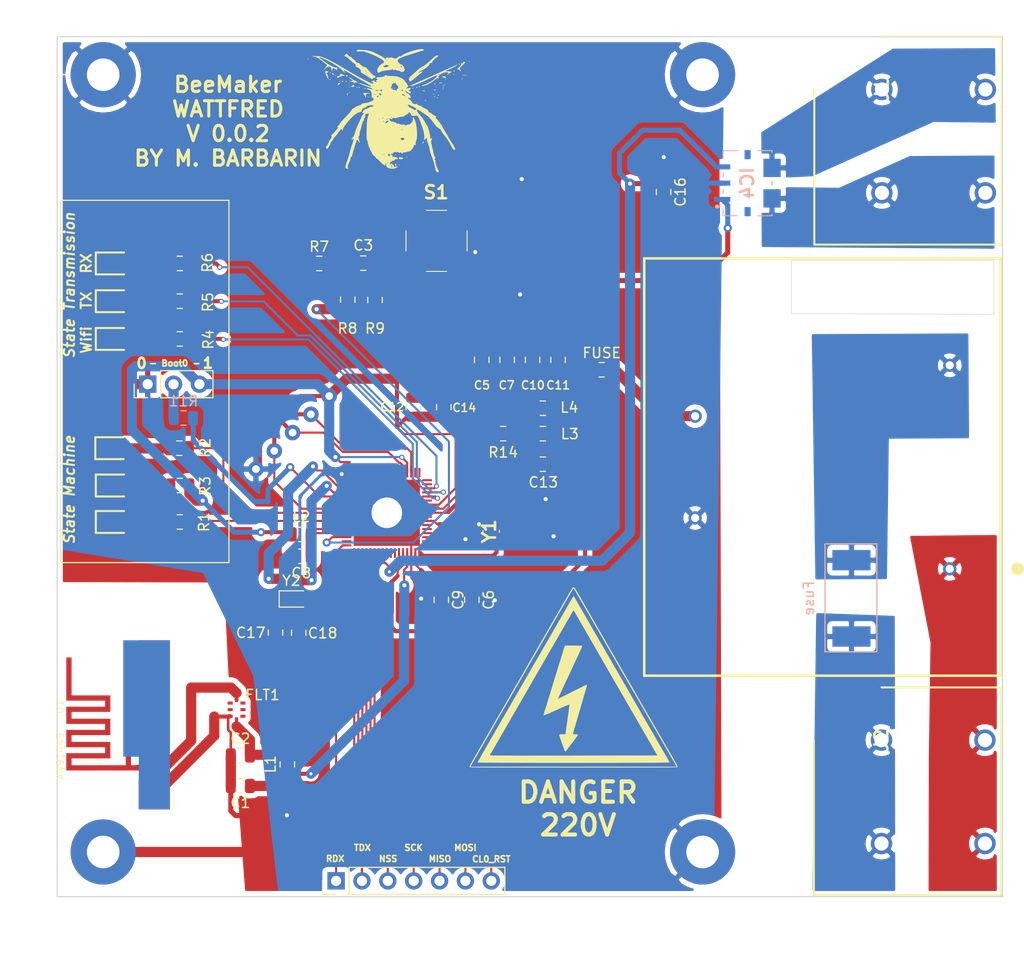
<source format=kicad_pcb>
(kicad_pcb (version 20171130) (host pcbnew 5.1.4-3.fc30)
  (layers (0 F.Cu signal) (31 B.Cu signal) (34 B.Paste user) (35 F.Paste user) (36 B.SilkS user) (37 F.SilkS user) (38 B.Mask user hide) (39 F.Mask user hide) (44 Edge.Cuts user))
  (net 0 "")
  (net 1 RF1)
  (net 2 "Net-(C3-Pad1)")
  (net 3 Alim)
  (net 4 VCCA)
  (net 5 PA9)
  (net 6 "Net-(C13-Pad1)")
  (net 7 "Net-(FLT1-Pad4)")
  (net 8 BOOT0)
  (net 9 NRST)
  (net 10 PC0)
  (net 11 PC1)
  (net 12 PC2)
  (net 13 RDX)
  (net 14 TDX)
  (net 15 NSS)
  (net 16 SCK)
  (net 17 MISO)
  (net 18 MOSI)
  (net 19 CL0_RST)
  (net 20 PF0_OUT_32MHZ)
  (net 21 PF0_IN_32MHZ)
  (net 22 VLXSMPS)
  (net 23 PA14)
  (net 24 "Net-(LED1-Pad2)")
  (net 25 "Net-(LED2-Pad2)")
  (net 26 "Net-(LED3-Pad2)")
  (net 27 "Net-(LED4-Pad2)")
  (net 28 "Net-(LED5-Pad2)")
  (net 29 "Net-(LED6-Pad2)")
  (net 30 GND)
  (net 31 "Net-(C2-Pad1)")
  (net 32 "Net-(C3-Pad2)")
  (net 33 "Net-(IC2-Pad2)")
  (net 34 "Net-(IC2-Pad6)")
  (net 35 "Net-(IC2-Pad7)")
  (net 36 PA0)
  (net 37 "Net-(IC2-Pad16)")
  (net 38 "Net-(IC2-Pad25)")
  (net 39 "Net-(IC2-Pad26)")
  (net 40 "Net-(IC2-Pad27)")
  (net 41 "Net-(IC2-Pad28)")
  (net 42 "Net-(IC2-Pad29)")
  (net 43 "Net-(IC2-Pad36)")
  (net 44 "Net-(IC2-Pad37)")
  (net 45 "Net-(IC2-Pad38)")
  (net 46 "Net-(IC2-Pad39)")
  (net 47 "Net-(IC2-Pad40)")
  (net 48 "Net-(IC2-Pad46)")
  (net 49 PB13)
  (net 50 PB14)
  (net 51 PB15)
  (net 52 "Net-(IC2-Pad50)")
  (net 53 "Net-(IC2-Pad51)")
  (net 54 "Net-(IC2-Pad52)")
  (net 55 "Net-(IC2-Pad53)")
  (net 56 PA13)
  (net 57 "Net-(IC2-Pad58)")
  (net 58 "Net-(IC2-Pad59)")
  (net 59 "Net-(IC2-Pad60)")
  (net 60 "Net-(IC2-Pad61)")
  (net 61 "Net-(IC2-Pad62)")
  (net 62 "Net-(IC2-Pad63)")
  (net 63 "Net-(IC2-Pad64)")
  (net 64 "Net-(IC2-Pad65)")
  (net 65 "Net-(IC2-Pad66)")
  (net 66 "Net-(IC2-Pad67)")
  (net 67 "Net-(IC4-Pad4)")
  (net 68 "Net-(IC4-Pad7)")
  (net 69 "Net-(L3-Pad1)")
  (net 70 "Net-(IC2-Pad12)")
  (net 71 "Net-(IC2-Pad57)")
  (net 72 VFBSOUT)
  (net 73 "Net-(IC4-Pad5)")
  (net 74 "Net-(IC4-Pad6)")
  (net 75 "Net-(J2-Pad3)")
  (net 76 "Net-(J2-Pad1)")
  (net 77 OSC32K_IN)
  (net 78 OSC32K_OUT)
  (net 79 "Net-(J3-Pad2)")
  (module MountingHole:MountingHole_3.2mm_M3_Pad (layer F.Cu) (at 133.58 55.24)
    (fp_text reference REF** hide)
    (fp_text value MountingHole_3.2mm_M3_Pad)
    (pad 1 thru_hole circle (at 6.63 0.52) (size 6.4 6.4) (drill 3.2) (layers *.Cu *.Mask) (net 30 GND))
  )
  (module MountingHole:MountingHole_3.2mm_M3_Pad (layer F.Cu) (at 74.72 55.25)
    (fp_text reference REF** hide)
    (fp_text value MountingHole_3.2mm_M3_Pad)
    (pad 1 thru_hole circle (at 6.63 0.51) (size 6.4 6.4) (drill 3.2) (layers *.Cu *.Mask) (net 30 GND))
  )
  (module MountingHole:MountingHole_3.2mm_M3_Pad (layer F.Cu) (at 74.69 131.62)
    (fp_text reference REF** hide)
    (fp_text value MountingHole_3.2mm_M3_Pad)
    (pad 1 thru_hole circle (at 6.66 0.51) (size 6.4 6.4) (drill 3.2) (layers *.Cu *.Mask) (net 30 GND))
  )
  (module MountingHole:MountingHole_3.2mm_M3_Pad (layer F.Cu) (at 133.27 132.19)
    (fp_text reference REF** hide)
    (fp_text value MountingHole_3.2mm_M3_Pad)
    (pad 1 thru_hole circle (at 6.94 -0.06) (size 6.4 6.4) (drill 3.2) (layers *.Cu *.Mask) (net 30 GND))
  )
  (module Connector_PinHeader_2.54mm:PinHeader_1x07_P2.54mm_Vertical (layer F.Cu) (at 104.22 134.97 90)
    (fp_text reference REF** hide)
    (fp_text value PinHeader_1x07_P2.54mm_Vertical)
    (pad 7 thru_hole oval (at 0 15.24 90) (size 1.7 1.7) (drill 1) (layers *.Cu *.Mask) (net 19 CL0_RST))
    (pad 6 thru_hole oval (at 0 12.7 90) (size 1.7 1.7) (drill 1) (layers *.Cu *.Mask) (net 18 MOSI))
    (pad 5 thru_hole oval (at 0 10.16 90) (size 1.7 1.7) (drill 1) (layers *.Cu *.Mask) (net 17 MISO))
    (pad 4 thru_hole oval (at 0 7.62 90) (size 1.7 1.7) (drill 1) (layers *.Cu *.Mask) (net 16 SCK))
    (pad 3 thru_hole oval (at 0 5.08 90) (size 1.7 1.7) (drill 1) (layers *.Cu *.Mask) (net 15 NSS))
    (pad 2 thru_hole oval (at 0 2.54 90) (size 1.7 1.7) (drill 1) (layers *.Cu *.Mask) (net 14 TDX))
    (pad 1 thru_hole rect (at 0 0 90) (size 1.7 1.7) (drill 1) (layers *.Cu *.Mask) (net 13 RDX))
  )
  (module Fuse:FuseRS (layer B.Cu) (at 152.03 103.46 270)
    (fp_text reference Fuse (at 3.74 1.39 270) (layer B.SilkS) (effects (justify mirror)))
    (fp_text value FuseRS)
    (pad 2 smd rect (at 7.5 -2.8 270) (size 2 3.75) (layers B.Cu B.Paste B.Mask) (net 75 "Net-(J2-Pad3)"))
    (pad 1 smd rect (at 0 -2.8 270) (size 2 3.75) (layers B.Cu B.Paste B.Mask) (net 75 "Net-(J2-Pad3)"))
  )
  (module Connector_PinHeader_2.54mm:PinHeader_1x03_P2.54mm_Vertical (layer F.Cu) (at 85.72 86.17 90)
    (fp_text reference "- Boot0 -" (at 2.06 2.66 180) (layer F.SilkS) (effects (font (size 0.6 0.6))))
    (fp_text value PinHeader_1x03_P2.54mm_Vertical)
    (pad 3 thru_hole oval (at 0 5.08 90) (size 1.7 1.7) (drill 1) (layers *.Cu *.Mask) (net 3 Alim))
    (pad 2 thru_hole oval (at 0 2.54 90) (size 1.7 1.7) (drill 1) (layers *.Cu *.Mask) (net 79 "Net-(J3-Pad2)"))
    (pad 1 thru_hole rect (at 0 0 90) (size 1.7 1.7) (drill 1) (layers *.Cu *.Mask) (net 30 GND))
  )
  (module Fuse:Fuse_0805_2012Metric (layer F.Cu) (at 130.3 84.75)
    (fp_text reference FUSE (at 0 -1.65) (layer F.SilkS))
    (fp_text value Fuse_0805_2012Metric)
    (pad 2 smd roundrect (at 0.9375 0) (size 0.975 1.4) (layers F.Cu F.Paste F.Mask) (net 3 Alim))
    (pad 1 smd roundrect (at -0.9375 0) (size 0.975 1.4) (layers F.Cu F.Paste F.Mask) (net 3 Alim))
  )
  (module symLocal:LFL212G45TC1A007 (layer F.Cu) (at 93.82 119.145 90)
    (fp_text reference FLT1 (at 2.445 3.18) (layer F.SilkS))
    (fp_text value LFL212G45TC1A007)
    (pad 4 smd rect (at 2 0.625 180) (size 0.3 0.5) (layers F.Cu F.Paste F.Mask) (net 7 "Net-(FLT1-Pad4)"))
    (pad 8 smd rect (at 0 0.625 180) (size 0.3 0.5) (layers F.Cu F.Paste F.Mask) (net 31 "Net-(C2-Pad1)"))
    (pad 5 smd rect (at 1.65 1.25 90) (size 0.3 0.5) (layers F.Cu F.Paste F.Mask))
    (pad 6 smd rect (at 1 1.25 90) (size 0.3 0.5) (layers F.Cu F.Paste F.Mask))
    (pad 7 smd rect (at 0.35 1.25 90) (size 0.3 0.5) (layers F.Cu F.Paste F.Mask))
    (pad 3 smd rect (at 1.65 0 90) (size 0.3 0.5) (layers F.Cu F.Paste F.Mask))
    (pad 2 smd rect (at 1 0 90) (size 0.3 0.5) (layers F.Cu F.Paste F.Mask))
    (pad 1 smd rect (at 0.35 0 90) (size 0.3 0.5) (layers F.Cu F.Paste F.Mask) (net 30 GND))
  )
  (module symLocal:47203 (layer F.Cu) (at 151.98 94.31 90)
    (fp_text reference T1 hide)
    (fp_text value 47206 hide)
    (pad 1 thru_hole circle (at -10 12.5 90) (size 1.3 1.3) (drill 0.8) (layers *.Cu *.Mask) (net 76 "Net-(J2-Pad1)"))
    (pad 5 thru_hole circle (at 10 12.5 90) (size 1.3 1.3) (drill 0.8) (layers *.Cu *.Mask) (net 75 "Net-(J2-Pad3)"))
    (pad 7 thru_hole circle (at 5 -12.5 90) (size 1.3 1.3) (drill 0.8) (layers *.Cu *.Mask) (net 3 Alim))
    (pad 9 thru_hole circle (at -5 -12.5 90) (size 1.3 1.3) (drill 0.8) (layers *.Cu *.Mask) (net 30 GND))
  )
  (module symLocal:JtagPogoPin (layer F.Cu) (at 99.95 90.925 225)
    (fp_text reference U2 hide)
    (fp_text value JTagPogoPin)
    (pad 4 connect circle (at 1.27 1.98 225) (size 0.8 0.8) (layers F.Cu F.Mask) (net 9 NRST))
    (pad 3 connect circle (at 0 1.98 225) (size 0.8 0.8) (layers F.Cu F.Mask) (net 23 PA14))
    (pad 5 connect circle (at 2.54 1.99 225) (size 0.8 0.8) (layers F.Cu F.Mask) (net 30 GND))
    (pad 1 connect circle (at -2.54 1.98 225) (size 0.8 0.8) (layers F.Cu F.Mask) (net 3 Alim))
    (pad 2 connect circle (at -1.27 1.98 225) (size 0.8 0.8) (layers F.Cu F.Mask) (net 56 PA13))
    (pad 5 thru_hole circle (at 5.08 0.01 225) (size 1.524 1.524) (drill 0.75) (layers *.Cu *.Mask) (net 30 GND))
    (pad 4 thru_hole circle (at 2.54 0 225) (size 1.524 1.524) (drill 0.75) (layers *.Cu *.Mask) (net 9 NRST))
    (pad 3 thru_hole circle (at 0 0 225) (size 1.524 1.524) (drill 0.75) (layers *.Cu *.Mask) (net 23 PA14))
    (pad 2 thru_hole circle (at -2.54 0 225) (size 1.524 1.524) (drill 0.75) (layers *.Cu *.Mask) (net 56 PA13))
    (pad 1 thru_hole circle (at -5.08 0 225) (size 1.524 1.524) (drill 0.75) (layers *.Cu *.Mask) (net 3 Alim))
  )
  (module symLocal:QFN40P800X800X100-69N-D (layer F.Cu) (at 109.19884 98.801)
    (fp_text reference IC2 (at 0 0) (layer F.SilkS) (effects (font (size 1.27 1.27) (thickness 0.254))))
    (fp_text value STM32WB55RGV6 hide)
    (pad 1 smd rect (at -3.95 -3.2 90) (size 0.2 0.95) (layers F.Cu F.Paste F.Mask) (net 3 Alim))
    (pad 2 smd rect (at -3.95 -2.8 90) (size 0.2 0.95) (layers F.Cu F.Paste F.Mask) (net 33 "Net-(IC2-Pad2)"))
    (pad 3 smd rect (at -3.95 -2.4 90) (size 0.2 0.95) (layers F.Cu F.Paste F.Mask) (net 77 OSC32K_IN))
    (pad 4 smd rect (at -3.95 -2 90) (size 0.2 0.95) (layers F.Cu F.Paste F.Mask) (net 78 OSC32K_OUT))
    (pad 5 smd rect (at -3.95 -1.6 90) (size 0.2 0.95) (layers F.Cu F.Paste F.Mask) (net 8 BOOT0))
    (pad 6 smd rect (at -3.95 -1.2 90) (size 0.2 0.95) (layers F.Cu F.Paste F.Mask) (net 34 "Net-(IC2-Pad6)"))
    (pad 7 smd rect (at -3.95 -0.8 90) (size 0.2 0.95) (layers F.Cu F.Paste F.Mask) (net 35 "Net-(IC2-Pad7)"))
    (pad 8 smd rect (at -3.95 -0.4 90) (size 0.2 0.95) (layers F.Cu F.Paste F.Mask) (net 9 NRST))
    (pad 9 smd rect (at -3.95 0 90) (size 0.2 0.95) (layers F.Cu F.Paste F.Mask) (net 10 PC0))
    (pad 10 smd rect (at -3.95 0.4 90) (size 0.2 0.95) (layers F.Cu F.Paste F.Mask) (net 11 PC1))
    (pad 11 smd rect (at -3.95 0.8 90) (size 0.2 0.95) (layers F.Cu F.Paste F.Mask) (net 12 PC2))
    (pad 12 smd rect (at -3.95 1.2 90) (size 0.2 0.95) (layers F.Cu F.Paste F.Mask) (net 70 "Net-(IC2-Pad12)"))
    (pad 13 smd rect (at -3.95 1.6 90) (size 0.2 0.95) (layers F.Cu F.Paste F.Mask) (net 4 VCCA))
    (pad 14 smd rect (at -3.95 2 90) (size 0.2 0.95) (layers F.Cu F.Paste F.Mask) (net 4 VCCA))
    (pad 15 smd rect (at -3.95 2.4 90) (size 0.2 0.95) (layers F.Cu F.Paste F.Mask) (net 36 PA0))
    (pad 16 smd rect (at -3.95 2.8 90) (size 0.2 0.95) (layers F.Cu F.Paste F.Mask) (net 37 "Net-(IC2-Pad16)"))
    (pad 17 smd rect (at -3.95 3.2 90) (size 0.2 0.95) (layers F.Cu F.Paste F.Mask) (net 13 RDX))
    (pad 18 smd rect (at -3.2 3.95) (size 0.2 0.95) (layers F.Cu F.Paste F.Mask) (net 14 TDX))
    (pad 19 smd rect (at -2.8 3.95) (size 0.2 0.95) (layers F.Cu F.Paste F.Mask) (net 15 NSS))
    (pad 20 smd rect (at -2.4 3.95) (size 0.2 0.95) (layers F.Cu F.Paste F.Mask) (net 16 SCK))
    (pad 21 smd rect (at -2 3.95) (size 0.2 0.95) (layers F.Cu F.Paste F.Mask) (net 17 MISO))
    (pad 22 smd rect (at -1.6 3.95) (size 0.2 0.95) (layers F.Cu F.Paste F.Mask) (net 18 MOSI))
    (pad 23 smd rect (at -1.2 3.95) (size 0.2 0.95) (layers F.Cu F.Paste F.Mask) (net 19 CL0_RST))
    (pad 24 smd rect (at -0.8 3.95) (size 0.2 0.95) (layers F.Cu F.Paste F.Mask) (net 5 PA9))
    (pad 25 smd rect (at -0.4 3.95) (size 0.2 0.95) (layers F.Cu F.Paste F.Mask) (net 38 "Net-(IC2-Pad25)"))
    (pad 26 smd rect (at 0 3.95) (size 0.2 0.95) (layers F.Cu F.Paste F.Mask) (net 39 "Net-(IC2-Pad26)"))
    (pad 27 smd rect (at 0.4 3.95) (size 0.2 0.95) (layers F.Cu F.Paste F.Mask) (net 40 "Net-(IC2-Pad27)"))
    (pad 28 smd rect (at 0.8 3.95) (size 0.2 0.95) (layers F.Cu F.Paste F.Mask) (net 41 "Net-(IC2-Pad28)"))
    (pad 29 smd rect (at 1.2 3.95) (size 0.2 0.95) (layers F.Cu F.Paste F.Mask) (net 42 "Net-(IC2-Pad29)"))
    (pad 30 smd rect (at 1.6 3.95) (size 0.2 0.95) (layers F.Cu F.Paste F.Mask) (net 3 Alim))
    (pad 31 smd rect (at 2 3.95) (size 0.2 0.95) (layers F.Cu F.Paste F.Mask) (net 1 RF1))
    (pad 32 smd rect (at 2.4 3.95) (size 0.2 0.95) (layers F.Cu F.Paste F.Mask) (net 30 GND))
    (pad 33 smd rect (at 2.8 3.95) (size 0.2 0.95) (layers F.Cu F.Paste F.Mask) (net 3 Alim))
    (pad 34 smd rect (at 3.2 3.95) (size 0.2 0.95) (layers F.Cu F.Paste F.Mask) (net 20 PF0_OUT_32MHZ))
    (pad 35 smd rect (at 3.95 3.2 90) (size 0.2 0.95) (layers F.Cu F.Paste F.Mask) (net 21 PF0_IN_32MHZ))
    (pad 36 smd rect (at 3.95 2.8 90) (size 0.2 0.95) (layers F.Cu F.Paste F.Mask) (net 43 "Net-(IC2-Pad36)"))
    (pad 37 smd rect (at 3.95 2.4 90) (size 0.2 0.95) (layers F.Cu F.Paste F.Mask) (net 44 "Net-(IC2-Pad37)"))
    (pad 38 smd rect (at 3.95 2 90) (size 0.2 0.95) (layers F.Cu F.Paste F.Mask) (net 45 "Net-(IC2-Pad38)"))
    (pad 39 smd rect (at 3.95 1.6 90) (size 0.2 0.95) (layers F.Cu F.Paste F.Mask) (net 46 "Net-(IC2-Pad39)"))
    (pad 40 smd rect (at 3.95 1.2 90) (size 0.2 0.95) (layers F.Cu F.Paste F.Mask) (net 47 "Net-(IC2-Pad40)"))
    (pad 41 smd rect (at 3.95 0.8 90) (size 0.2 0.95) (layers F.Cu F.Paste F.Mask) (net 72 VFBSOUT))
    (pad 42 smd rect (at 3.95 0.4 90) (size 0.2 0.95) (layers F.Cu F.Paste F.Mask) (net 30 GND))
    (pad 43 smd rect (at 3.95 0 90) (size 0.2 0.95) (layers F.Cu F.Paste F.Mask) (net 22 VLXSMPS))
    (pad 44 smd rect (at 3.95 -0.4 90) (size 0.2 0.95) (layers F.Cu F.Paste F.Mask) (net 3 Alim))
    (pad 45 smd rect (at 3.95 -0.8 90) (size 0.2 0.95) (layers F.Cu F.Paste F.Mask) (net 3 Alim))
    (pad 46 smd rect (at 3.95 -1.2 90) (size 0.2 0.95) (layers F.Cu F.Paste F.Mask) (net 48 "Net-(IC2-Pad46)"))
    (pad 47 smd rect (at 3.95 -1.6 90) (size 0.2 0.95) (layers F.Cu F.Paste F.Mask) (net 49 PB13))
    (pad 48 smd rect (at 3.95 -2 90) (size 0.2 0.95) (layers F.Cu F.Paste F.Mask) (net 50 PB14))
    (pad 49 smd rect (at 3.95 -2.4 90) (size 0.2 0.95) (layers F.Cu F.Paste F.Mask) (net 51 PB15))
    (pad 50 smd rect (at 3.95 -2.8 90) (size 0.2 0.95) (layers F.Cu F.Paste F.Mask) (net 52 "Net-(IC2-Pad50)"))
    (pad 51 smd rect (at 3.95 -3.2 90) (size 0.2 0.95) (layers F.Cu F.Paste F.Mask) (net 53 "Net-(IC2-Pad51)"))
    (pad 52 smd rect (at 3.2 -3.95) (size 0.2 0.95) (layers F.Cu F.Paste F.Mask) (net 54 "Net-(IC2-Pad52)"))
    (pad 53 smd rect (at 2.8 -3.95) (size 0.2 0.95) (layers F.Cu F.Paste F.Mask) (net 55 "Net-(IC2-Pad53)"))
    (pad 54 smd rect (at 2.4 -3.95) (size 0.2 0.95) (layers F.Cu F.Paste F.Mask) (net 56 PA13))
    (pad 55 smd rect (at 2 -3.95) (size 0.2 0.95) (layers F.Cu F.Paste F.Mask) (net 3 Alim))
    (pad 56 smd rect (at 1.6 -3.95) (size 0.2 0.95) (layers F.Cu F.Paste F.Mask) (net 23 PA14))
    (pad 57 smd rect (at 1.2 -3.95) (size 0.2 0.95) (layers F.Cu F.Paste F.Mask) (net 71 "Net-(IC2-Pad57)"))
    (pad 58 smd rect (at 0.8 -3.95) (size 0.2 0.95) (layers F.Cu F.Paste F.Mask) (net 57 "Net-(IC2-Pad58)"))
    (pad 59 smd rect (at 0.4 -3.95) (size 0.2 0.95) (layers F.Cu F.Paste F.Mask) (net 58 "Net-(IC2-Pad59)"))
    (pad 60 smd rect (at 0 -3.95) (size 0.2 0.95) (layers F.Cu F.Paste F.Mask) (net 59 "Net-(IC2-Pad60)"))
    (pad 61 smd rect (at -0.4 -3.95) (size 0.2 0.95) (layers F.Cu F.Paste F.Mask) (net 60 "Net-(IC2-Pad61)"))
    (pad 62 smd rect (at -0.8 -3.95) (size 0.2 0.95) (layers F.Cu F.Paste F.Mask) (net 61 "Net-(IC2-Pad62)"))
    (pad 63 smd rect (at -1.2 -3.95) (size 0.2 0.95) (layers F.Cu F.Paste F.Mask) (net 62 "Net-(IC2-Pad63)"))
    (pad 64 smd rect (at -1.6 -3.95) (size 0.2 0.95) (layers F.Cu F.Paste F.Mask) (net 63 "Net-(IC2-Pad64)"))
    (pad 65 smd rect (at -2 -3.95) (size 0.2 0.95) (layers F.Cu F.Paste F.Mask) (net 64 "Net-(IC2-Pad65)"))
    (pad 66 smd rect (at -2.4 -3.95) (size 0.2 0.95) (layers F.Cu F.Paste F.Mask) (net 65 "Net-(IC2-Pad66)"))
    (pad 67 smd rect (at -2.8 -3.95) (size 0.2 0.95) (layers F.Cu F.Paste F.Mask) (net 66 "Net-(IC2-Pad67)"))
    (pad 68 smd rect (at -3.2 -3.95) (size 0.2 0.95) (layers F.Cu F.Paste F.Mask) (net 3 Alim))
    (pad 69 smd rect (at 0 0) (size 6.5 6.5) (layers F.Cu F.Paste F.Mask) (net 30 GND))
  )
  (module WattFredLib2:BeeLogo (layer F.Cu) (at 109.7 59.33)
    (fp_text reference G*** hide)
    (fp_text value LOGO hide)
  )
  (module WattFredLib2:DangerELecV1 (layer F.Cu) (at 127.56 115.03)
    (fp_text reference G*** hide)
    (fp_text value LOGO hide)
  )
  (module Capacitor_SMD:C_0805_2012Metric (layer F.Cu) (at 94.82 125.645 180)
    (fp_text reference C1 (at 0 -1.65) (layer F.SilkS))
    (fp_text value 0.8pF)
    (pad 1 smd roundrect (at -0.9375 0 180) (size 0.975 1.4) (layers F.Cu F.Paste F.Mask) (net 1 RF1))
    (pad 2 smd roundrect (at 0.9375 0 180) (size 0.975 1.4) (layers F.Cu F.Paste F.Mask) (net 30 GND))
  )
  (module Capacitor_SMD:C_0805_2012Metric (layer F.Cu) (at 94.82 122.645 180)
    (fp_text reference C2 (at 0 1.645) (layer F.SilkS))
    (fp_text value 0.3pF)
    (pad 2 smd roundrect (at 0.9375 0 180) (size 0.975 1.4) (layers F.Cu F.Paste F.Mask) (net 30 GND))
    (pad 1 smd roundrect (at -0.9375 0 180) (size 0.975 1.4) (layers F.Cu F.Paste F.Mask) (net 31 "Net-(C2-Pad1)"))
  )
  (module Capacitor_SMD:C_0805_2012Metric (layer F.Cu) (at 106.88998 74.27222 180)
    (fp_text reference C3 (at 0 1.74498) (layer F.SilkS))
    (fp_text value 100nF)
    (pad 2 smd roundrect (at 0.9375 0 180) (size 0.975 1.4) (layers F.Cu F.Paste F.Mask) (net 32 "Net-(C3-Pad2)"))
    (pad 1 smd roundrect (at -0.9375 0 180) (size 0.975 1.4) (layers F.Cu F.Paste F.Mask) (net 2 "Net-(C3-Pad1)"))
  )
  (module Capacitor_SMD:C_0805_2012Metric (layer F.Cu) (at 118.52 83.775 90)
    (fp_text reference C5 (at -2.495 0.025 180) (layer F.SilkS) (effects (font (size 0.8 0.8))))
    (fp_text value 100nF hide)
    (pad 2 smd roundrect (at 0.9375 0 90) (size 0.975 1.4) (layers F.Cu F.Paste F.Mask) (net 30 GND))
    (pad 1 smd roundrect (at -0.9375 0 90) (size 0.975 1.4) (layers F.Cu F.Paste F.Mask) (net 3 Alim))
  )
  (module Capacitor_SMD:C_0805_2012Metric (layer F.Cu) (at 117.55 107.355 270)
    (fp_text reference C6 (at 0 -1.65 90) (layer F.SilkS))
    (fp_text value 100nF)
    (pad 2 smd roundrect (at 0.9375 0 270) (size 0.975 1.4) (layers F.Cu F.Paste F.Mask) (net 30 GND))
    (pad 1 smd roundrect (at -0.9375 0 270) (size 0.975 1.4) (layers F.Cu F.Paste F.Mask) (net 3 Alim))
  )
  (module Capacitor_SMD:C_0805_2012Metric (layer F.Cu) (at 121.02 83.775 90)
    (fp_text reference C7 (at -2.495 -0.05 180) (layer F.SilkS) (effects (font (size 0.8 0.8))))
    (fp_text value 100nF hide)
    (pad 1 smd roundrect (at -0.9375 0 90) (size 0.975 1.4) (layers F.Cu F.Paste F.Mask) (net 3 Alim))
    (pad 2 smd roundrect (at 0.9375 0 90) (size 0.975 1.4) (layers F.Cu F.Paste F.Mask) (net 30 GND))
  )
  (module Capacitor_SMD:C_0805_2012Metric (layer F.Cu) (at 100.8 103.075 180)
    (fp_text reference C8 (at 0 -1.65) (layer F.SilkS))
    (fp_text value 100nF)
    (pad 1 smd roundrect (at -0.9375 0 180) (size 0.975 1.4) (layers F.Cu F.Paste F.Mask) (net 4 VCCA))
    (pad 2 smd roundrect (at 0.9375 0 180) (size 0.975 1.4) (layers F.Cu F.Paste F.Mask) (net 30 GND))
  )
  (module Capacitor_SMD:C_0805_2012Metric (layer F.Cu) (at 114.55 107.355 270)
    (fp_text reference C9 (at 0 -1.65 90) (layer F.SilkS))
    (fp_text value 100pF)
    (pad 1 smd roundrect (at -0.9375 0 270) (size 0.975 1.4) (layers F.Cu F.Paste F.Mask) (net 3 Alim))
    (pad 2 smd roundrect (at 0.9375 0 270) (size 0.975 1.4) (layers F.Cu F.Paste F.Mask) (net 30 GND))
  )
  (module Capacitor_SMD:C_0805_2012Metric (layer F.Cu) (at 123.52 83.775 90)
    (fp_text reference C10 (at -2.495 0.025 180) (layer F.SilkS) (effects (font (size 0.8 0.8))))
    (fp_text value 100nF hide)
    (pad 1 smd roundrect (at -0.9375 0 90) (size 0.975 1.4) (layers F.Cu F.Paste F.Mask) (net 3 Alim))
    (pad 2 smd roundrect (at 0.9375 0 90) (size 0.975 1.4) (layers F.Cu F.Paste F.Mask) (net 30 GND))
  )
  (module Capacitor_SMD:C_0805_2012Metric (layer F.Cu) (at 126.02 83.775 90)
    (fp_text reference C11 (at -2.495 0.01 180) (layer F.SilkS) (effects (font (size 0.8 0.8))))
    (fp_text value 100nF)
    (pad 2 smd roundrect (at 0.9375 0 90) (size 0.975 1.4) (layers F.Cu F.Paste F.Mask) (net 30 GND))
    (pad 1 smd roundrect (at -0.9375 0 90) (size 0.975 1.4) (layers F.Cu F.Paste F.Mask) (net 3 Alim))
  )
  (module Capacitor_SMD:C_0805_2012Metric (layer F.Cu) (at 111.8 88.425 90)
    (fp_text reference C12 (at 0.015 -2.06 180) (layer F.SilkS) (effects (font (size 0.8 0.8))))
    (fp_text value 4.7uF)
    (pad 2 smd roundrect (at 0.9375 0 90) (size 0.975 1.4) (layers F.Cu F.Paste F.Mask) (net 30 GND))
    (pad 1 smd roundrect (at -0.9375 0 90) (size 0.975 1.4) (layers F.Cu F.Paste F.Mask) (net 3 Alim))
  )
  (module Capacitor_SMD:C_0805_2012Metric (layer F.Cu) (at 124.525 94.025)
    (fp_text reference C13 (at 0.045 1.785) (layer F.SilkS))
    (fp_text value 4.7uF)
    (pad 1 smd roundrect (at -0.9375 0) (size 0.975 1.4) (layers F.Cu F.Paste F.Mask) (net 6 "Net-(C13-Pad1)"))
    (pad 2 smd roundrect (at 0.9375 0) (size 0.975 1.4) (layers F.Cu F.Paste F.Mask) (net 30 GND))
  )
  (module Capacitor_SMD:C_0805_2012Metric (layer F.Cu) (at 114.8 88.425 90)
    (fp_text reference C14 (at -0.055 2.01 180) (layer F.SilkS) (effects (font (size 0.8 0.8))))
    (fp_text value 100nF)
    (pad 1 smd roundrect (at -0.9375 0 90) (size 0.975 1.4) (layers F.Cu F.Paste F.Mask) (net 3 Alim))
    (pad 2 smd roundrect (at 0.9375 0 90) (size 0.975 1.4) (layers F.Cu F.Paste F.Mask) (net 30 GND))
  )
  (module Capacitor_SMD:C_0805_2012Metric (layer F.Cu) (at 136.38 67.2875 270)
    (fp_text reference C16 (at 0 -1.65 90) (layer F.SilkS))
    (fp_text value CTRIM_Small)
    (pad 1 smd roundrect (at -0.9375 0 270) (size 0.975 1.4) (layers F.Cu F.Paste F.Mask) (net 5 PA9))
    (pad 2 smd roundrect (at 0.9375 0 270) (size 0.975 1.4) (layers F.Cu F.Paste F.Mask) (net 30 GND))
  )
  (module symLocal:ACS781LLRTR050BT (layer B.Cu) (at 144.63 66.415 90)
    (fp_text reference IC4 (at 0 -0.025 270) (layer B.SilkS) (effects (font (size 1.27 1.27) (thickness 0.254)) (justify mirror)))
    (fp_text value ACS781LLRTR-050U-T hide)
    (pad 1 smd rect (at -1.6 -2.5 90) (size 0.5 1.6) (layers B.Cu B.Paste B.Mask) (net 3 Alim))
    (pad 2 smd rect (at 0 -2.5 90) (size 0.5 1.6) (layers B.Cu B.Paste B.Mask) (net 30 GND))
    (pad 3 smd rect (at 1.6 -2.5 90) (size 0.5 1.6) (layers B.Cu B.Paste B.Mask) (net 5 PA9))
    (pad 4 smd rect (at 2.8 0) (size 0.6 0.9) (layers B.Cu B.Paste B.Mask) (net 67 "Net-(IC4-Pad4)"))
    (pad 5 smd rect (at 1.5 2.4) (size 1.7 1.8) (layers B.Cu B.Paste B.Mask) (net 73 "Net-(IC4-Pad5)"))
    (pad 6 smd rect (at -1.5 2.4) (size 1.7 1.8) (layers B.Cu B.Paste B.Mask) (net 74 "Net-(IC4-Pad6)"))
    (pad 7 smd rect (at -2.8 0) (size 0.6 0.9) (layers B.Cu B.Paste B.Mask) (net 68 "Net-(IC4-Pad7)"))
  )
  (module Inductor_SMD:L_0805_2012Metric (layer F.Cu) (at 99.43 123.5175 90)
    (fp_text reference L1 (at 0 -1.65 90) (layer F.SilkS))
    (fp_text value "1.4 2.7nH")
    (pad 1 smd roundrect (at -0.9375 0 90) (size 0.975 1.4) (layers F.Cu F.Paste F.Mask) (net 1 RF1))
    (pad 2 smd roundrect (at 0.9375 0 90) (size 0.975 1.4) (layers F.Cu F.Paste F.Mask) (net 31 "Net-(C2-Pad1)"))
  )
  (module Inductor_SMD:L_0805_2012Metric (layer F.Cu) (at 100.8 100.925 180)
    (fp_text reference L2 (at 0 1.725) (layer F.SilkS))
    (fp_text value BLM31KN601SN1L)
    (pad 2 smd roundrect (at 0.9375 0 180) (size 0.975 1.4) (layers F.Cu F.Paste F.Mask) (net 3 Alim))
    (pad 1 smd roundrect (at -0.9375 0 180) (size 0.975 1.4) (layers F.Cu F.Paste F.Mask) (net 4 VCCA))
  )
  (module Inductor_SMD:L_0805_2012Metric (layer F.Cu) (at 124.525 91.025 180)
    (fp_text reference L3 (at -2.645 -0.035) (layer F.SilkS))
    (fp_text value 10nH)
    (pad 2 smd roundrect (at 0.9375 0 180) (size 0.975 1.4) (layers F.Cu F.Paste F.Mask) (net 6 "Net-(C13-Pad1)"))
    (pad 1 smd roundrect (at -0.9375 0 180) (size 0.975 1.4) (layers F.Cu F.Paste F.Mask) (net 69 "Net-(L3-Pad1)"))
  )
  (module Inductor_SMD:L_0805_2012Metric (layer F.Cu) (at 124.525 88.525)
    (fp_text reference L4 (at 2.595 -0.065) (layer F.SilkS))
    (fp_text value 10nH)
    (pad 1 smd roundrect (at -0.9375 0) (size 0.975 1.4) (layers F.Cu F.Paste F.Mask) (net 22 VLXSMPS))
    (pad 2 smd roundrect (at 0.9375 0) (size 0.975 1.4) (layers F.Cu F.Paste F.Mask) (net 69 "Net-(L3-Pad1)"))
  )
  (module symLocal:LEDC2012X70N (layer F.Cu) (at 82.45 99.705)
    (fp_text reference LED1 hide)
    (fp_text value Red hide)
    (pad 2 smd rect (at 0.95 0) (size 1.05 1.45) (layers F.Cu F.Paste F.Mask) (net 24 "Net-(LED1-Pad2)"))
    (pad 1 smd rect (at -0.95 0) (size 1.05 1.45) (layers F.Cu F.Paste F.Mask) (net 30 GND))
  )
  (module symLocal:LEDC2012X70N (layer F.Cu) (at 82.4 92.453)
    (fp_text reference LED2 hide)
    (fp_text value Green hide)
    (pad 2 smd rect (at 0.95 0) (size 1.05 1.45) (layers F.Cu F.Paste F.Mask) (net 25 "Net-(LED2-Pad2)"))
    (pad 1 smd rect (at -0.95 0) (size 1.05 1.45) (layers F.Cu F.Paste F.Mask) (net 30 GND))
  )
  (module symLocal:LEDC2012X70N (layer F.Cu) (at 82.45 96.124)
    (fp_text reference LED3 hide)
    (fp_text value Blue hide)
    (pad 1 smd rect (at -0.95 0) (size 1.05 1.45) (layers F.Cu F.Paste F.Mask) (net 30 GND))
    (pad 2 smd rect (at 0.95 0) (size 1.05 1.45) (layers F.Cu F.Paste F.Mask) (net 26 "Net-(LED3-Pad2)"))
  )
  (module symLocal:LEDC2012X70N (layer F.Cu) (at 82.45 81.7218)
    (fp_text reference LED4 hide)
    (fp_text value White hide)
    (pad 1 smd rect (at -0.95 0) (size 1.05 1.45) (layers F.Cu F.Paste F.Mask) (net 30 GND))
    (pad 2 smd rect (at 0.95 0) (size 1.05 1.45) (layers F.Cu F.Paste F.Mask) (net 27 "Net-(LED4-Pad2)"))
  )
  (module symLocal:LEDC2012X70N (layer F.Cu) (at 82.45 78.0134)
    (fp_text reference LED5 hide)
    (fp_text value Blue hide)
    (pad 1 smd rect (at -0.95 0) (size 1.05 1.45) (layers F.Cu F.Paste F.Mask) (net 30 GND))
    (pad 2 smd rect (at 0.95 0) (size 1.05 1.45) (layers F.Cu F.Paste F.Mask) (net 28 "Net-(LED5-Pad2)"))
  )
  (module symLocal:LEDC2012X70N (layer F.Cu) (at 82.45 74.305)
    (fp_text reference LED6 hide)
    (fp_text value Blue hide)
    (pad 2 smd rect (at 0.95 0) (size 1.05 1.45) (layers F.Cu F.Paste F.Mask) (net 29 "Net-(LED6-Pad2)"))
    (pad 1 smd rect (at -0.95 0) (size 1.05 1.45) (layers F.Cu F.Paste F.Mask) (net 30 GND))
  )
  (module Resistor_SMD:R_0805_2012Metric (layer F.Cu) (at 88.8775 99.705 180)
    (fp_text reference R1 (at -2.3725 -0.015 270) (layer F.SilkS))
    (fp_text value 60)
    (pad 1 smd roundrect (at -0.9375 0 180) (size 0.975 1.4) (layers F.Cu F.Paste F.Mask) (net 12 PC2))
    (pad 2 smd roundrect (at 0.9375 0 180) (size 0.975 1.4) (layers F.Cu F.Paste F.Mask) (net 24 "Net-(LED1-Pad2)"))
  )
  (module Resistor_SMD:R_0805_2012Metric (layer F.Cu) (at 88.8275 92.453 180)
    (fp_text reference R2 (at -2.5425 0.033 270) (layer F.SilkS))
    (fp_text value 5)
    (pad 1 smd roundrect (at -0.9375 0 180) (size 0.975 1.4) (layers F.Cu F.Paste F.Mask) (net 10 PC0))
    (pad 2 smd roundrect (at 0.9375 0 180) (size 0.975 1.4) (layers F.Cu F.Paste F.Mask) (net 25 "Net-(LED2-Pad2)"))
  )
  (module Resistor_SMD:R_0805_2012Metric (layer F.Cu) (at 88.8775 96.124 180)
    (fp_text reference R3 (at -2.4925 -0.046 270) (layer F.SilkS))
    (fp_text value 5)
    (pad 2 smd roundrect (at 0.9375 0 180) (size 0.975 1.4) (layers F.Cu F.Paste F.Mask) (net 26 "Net-(LED3-Pad2)"))
    (pad 1 smd roundrect (at -0.9375 0 180) (size 0.975 1.4) (layers F.Cu F.Paste F.Mask) (net 3 Alim))
  )
  (module Resistor_SMD:R_0805_2012Metric (layer F.Cu) (at 88.8775 81.7218 180)
    (fp_text reference R4 (at -2.7963 -0.05842 270) (layer F.SilkS))
    (fp_text value 60)
    (pad 2 smd roundrect (at 0.9375 0 180) (size 0.975 1.4) (layers F.Cu F.Paste F.Mask) (net 27 "Net-(LED4-Pad2)"))
    (pad 1 smd roundrect (at -0.9375 0 180) (size 0.975 1.4) (layers F.Cu F.Paste F.Mask) (net 49 PB13))
  )
  (module Resistor_SMD:R_0805_2012Metric (layer F.Cu) (at 88.8775 78.0134 180)
    (fp_text reference R5 (at -2.7582 -0.09398 270) (layer F.SilkS))
    (fp_text value 5)
    (pad 1 smd roundrect (at -0.9375 0 180) (size 0.975 1.4) (layers F.Cu F.Paste F.Mask) (net 50 PB14))
    (pad 2 smd roundrect (at 0.9375 0 180) (size 0.975 1.4) (layers F.Cu F.Paste F.Mask) (net 28 "Net-(LED5-Pad2)"))
  )
  (module Resistor_SMD:R_0805_2012Metric (layer F.Cu) (at 88.8775 74.305 180)
    (fp_text reference R6 (at -2.71756 0.0762 270) (layer F.SilkS))
    (fp_text value 5)
    (pad 2 smd roundrect (at 0.9375 0 180) (size 0.975 1.4) (layers F.Cu F.Paste F.Mask) (net 29 "Net-(LED6-Pad2)"))
    (pad 1 smd roundrect (at -0.9375 0 180) (size 0.975 1.4) (layers F.Cu F.Paste F.Mask) (net 51 PB15))
  )
  (module Resistor_SMD:R_0805_2012Metric (layer F.Cu) (at 102.56412 74.30524)
    (fp_text reference R7 (at 0 -1.65) (layer F.SilkS))
    (fp_text value 100)
    (pad 1 smd roundrect (at -0.9375 0) (size 0.975 1.4) (layers F.Cu F.Paste F.Mask) (net 30 GND))
    (pad 2 smd roundrect (at 0.9375 0) (size 0.975 1.4) (layers F.Cu F.Paste F.Mask) (net 32 "Net-(C3-Pad2)"))
  )
  (module Resistor_SMD:R_0805_2012Metric (layer F.Cu) (at 105.36344 77.86378 270)
    (fp_text reference R8 (at 2.82702 0.02032 180) (layer F.SilkS))
    (fp_text value 330)
    (pad 2 smd roundrect (at 0.9375 0 270) (size 0.975 1.4) (layers F.Cu F.Paste F.Mask) (net 36 PA0))
    (pad 1 smd roundrect (at -0.9375 0 270) (size 0.975 1.4) (layers F.Cu F.Paste F.Mask) (net 2 "Net-(C3-Pad1)"))
  )
  (module Resistor_SMD:R_0805_2012Metric (layer F.Cu) (at 108.04314 77.89426 270)
    (fp_text reference R9 (at 2.79654 0 180) (layer F.SilkS))
    (fp_text value 220k)
    (pad 2 smd roundrect (at 0.9375 0 270) (size 0.975 1.4) (layers F.Cu F.Paste F.Mask) (net 30 GND))
    (pad 1 smd roundrect (at -0.9375 0 270) (size 0.975 1.4) (layers F.Cu F.Paste F.Mask) (net 2 "Net-(C3-Pad1)"))
  )
  (module symLocal:LL3301FF065QJ (layer F.Cu) (at 114.08326 72.08528 180)
    (fp_text reference S1 (at 0.04326 4.76528) (layer F.SilkS) (effects (font (size 1.27 1.27) (thickness 0.254))))
    (fp_text value WakeUp hide)
    (pad 1 smd rect (at -3 -2.25 270) (size 1.4 2.1) (layers F.Cu F.Paste F.Mask) (net 30 GND))
    (pad 2 smd rect (at 3 -2.25 270) (size 1.4 2.1) (layers F.Cu F.Paste F.Mask) (net 30 GND))
    (pad 3 smd rect (at -3 2.25 270) (size 1.4 2.1) (layers F.Cu F.Paste F.Mask) (net 2 "Net-(C3-Pad1)"))
    (pad 4 smd rect (at 3 2.25 270) (size 1.4 2.1) (layers F.Cu F.Paste F.Mask) (net 2 "Net-(C3-Pad1)"))
  )
  (module antenne:AN91445 (layer F.Cu) (at 82.81 119.63 90)
    (fp_text reference U1 (at 1.75 -5.725 90) (layer F.SilkS) (effects (font (size 0.7 0.7) (thickness 0.07))))
    (fp_text value AN91445 (at -3.075 -5.675 90) (layer F.SilkS) (effects (font (size 0.7 0.7) (thickness 0.07))))
    (fp_poly (pts (xy -5.334 5.08) (xy -8.297333 5.08) (xy -8.297333 2.032) (xy -5.334 2.032) (xy -5.334 5.08)) (layer F.Cu) (width 0.01))
    (fp_poly (pts (xy -2.794 -1.27) (xy -2.201333 -1.27) (xy -2.201333 -5.08) (xy -0.508 -5.08) (xy -0.508 -1.27) (xy 0.084667 -1.27) (xy 0.084667 -5.08) (xy 1.778 -5.08) (xy 1.778 -1.27) (xy 2.370667 -1.27) (xy 2.370667 -5.08) (xy 6.604 -5.08) (xy 6.604 -4.572) (xy 2.878667 -4.572) (xy 2.878667 -0.762) (xy 1.27 -0.762) (xy 1.27 -4.572) (xy 0.592667 -4.572) (xy 0.592667 -0.762) (xy -1.016 -0.762) (xy -1.016 -4.572) (xy -1.693333 -4.572) (xy -1.693333 -0.762) (xy -3.302 -0.762) (xy -3.302 -4.572) (xy -3.979333 -4.572) (xy -3.979333 0.762) (xy 2.963333 0.762) (xy 2.963333 1.27) (xy -3.979333 1.27) (xy -3.979333 1.653414) (xy -3.907973 2.095015) (xy -3.725333 2.539999) (xy -3.616882 2.765026) (xy -3.544645 2.958245) (xy -3.501305 3.163499) (xy -3.479541 3.424628) (xy -3.472037 3.785474) (xy -3.471333 4.061585) (xy -3.471333 5.08) (xy -4.995333 5.08) (xy -4.995333 4.103918) (xy -4.992428 3.672772) (xy -4.978472 3.36516) (xy -4.945608 3.135313) (xy -4.885975 2.937464) (xy -4.791715 2.725844) (xy -4.741333 2.624666) (xy -4.487333 2.121495) (xy -4.487333 -5.08) (xy -2.794 -5.08) (xy -2.794 -1.27)) (layer F.Cu) (width 0.01))
    (fp_poly (pts (xy 8.297333 5.08) (xy -3.132667 5.08) (xy -3.132667 2.032) (xy 8.297333 2.032) (xy 8.297333 5.08)) (layer F.Cu) (width 0.01))
    (fp_poly (pts (xy 8.297333 5.086) (xy -8.297333 5.086) (xy -8.297333 2.038) (xy -3.132667 2.038) (xy -3.132667 0.514) (xy 8.297333 0.514) (xy 8.297333 5.086)) (layer B.Cu) (width 0.01))
    (pad 1 smd circle (at -4.225 4.525 90) (size 1 1) (layers F.Cu F.Paste) (net 7 "Net-(FLT1-Pad4)"))
    (pad 2 smd circle (at -6 4.525 90) (size 1 1) (layers F.Cu F.Paste) (net 30 GND))
  )
  (module symLocal:NX2016SA32MEXS00ACS06465 (layer F.Cu) (at 119.45 100.625 270)
    (fp_text reference Y1 (at 0 0.2 90) (layer F.SilkS) (effects (font (size 1.27 1.27) (thickness 0.254))))
    (fp_text value NX2016SA-32M-EXS00A-CS06465 hide)
    (pad 1 smd rect (at -0.675 0.525) (size 0.75 0.85) (layers F.Cu F.Paste F.Mask) (net 21 PF0_IN_32MHZ))
    (pad 2 smd rect (at 0.675 0.525) (size 0.75 0.85) (layers F.Cu F.Paste F.Mask) (net 30 GND))
    (pad 3 smd rect (at 0.675 -0.525) (size 0.75 0.85) (layers F.Cu F.Paste F.Mask) (net 20 PF0_OUT_32MHZ))
    (pad 4 smd rect (at -0.675 -0.525) (size 0.75 0.85) (layers F.Cu F.Paste F.Mask) (net 30 GND))
  )
  (module Resistor_SMD:R_0805_2012Metric (layer F.Cu) (at 120.625 91.025)
    (fp_text reference R14 (at 0 1.845) (layer F.SilkS))
    (fp_text value 0)
    (pad 2 smd roundrect (at 0.9375 0) (size 0.975 1.4) (layers F.Cu F.Paste F.Mask) (net 6 "Net-(C13-Pad1)"))
    (pad 1 smd roundrect (at -0.9375 0) (size 0.975 1.4) (layers F.Cu F.Paste F.Mask) (net 72 VFBSOUT))
  )
  (module SHDR4W120P1016_2X2_2032X1830X2940P (layer F.Cu) (at 157.82 57.21 270)
    (fp_text reference J1 (at 0 0 90) (layer F.SilkS) (effects (font (size 1.27 1.27) (thickness 0.254))))
    (fp_text value 691256610002-Bornier hide)
    (pad 1 thru_hole circle (at 0 0 270) (size 2.1 2.1) (drill 1.4) (layers *.Cu *.Mask) (net 73 "Net-(IC4-Pad5)"))
    (pad 2 thru_hole circle (at 0 -10.16 270) (size 2.1 2.1) (drill 1.4) (layers *.Cu *.Mask) (net 73 "Net-(IC4-Pad5)"))
    (pad 3 thru_hole circle (at 10.16 0 270) (size 2.1 2.1) (drill 1.4) (layers *.Cu *.Mask) (net 74 "Net-(IC4-Pad6)"))
    (pad 4 thru_hole circle (at 10.16 -10.16 270) (size 2.1 2.1) (drill 1.4) (layers *.Cu *.Mask) (net 74 "Net-(IC4-Pad6)"))
  )
  (module SHDR4W120P1016_2X2_2032X1830X2940P (layer F.Cu) (at 157.78 121.14 270)
    (fp_text reference J2 (at 0 0 90) (layer F.SilkS) (effects (font (size 1.27 1.27) (thickness 0.254))))
    (fp_text value 691256610002-Bornier hide)
    (pad 4 thru_hole circle (at 10.16 -10.16 270) (size 2.1 2.1) (drill 1.4) (layers *.Cu *.Mask) (net 76 "Net-(J2-Pad1)"))
    (pad 3 thru_hole circle (at 10.16 0 270) (size 2.1 2.1) (drill 1.4) (layers *.Cu *.Mask) (net 75 "Net-(J2-Pad3)"))
    (pad 2 thru_hole circle (at 0 -10.16 270) (size 2.1 2.1) (drill 1.4) (layers *.Cu *.Mask) (net 76 "Net-(J2-Pad1)"))
    (pad 1 thru_hole circle (at 0 0 270) (size 2.1 2.1) (drill 1.4) (layers *.Cu *.Mask) (net 75 "Net-(J2-Pad3)"))
  )
  (module Resistor_SMD:R_0805_2012Metric (layer B.Cu) (at 89.2325 89.49 180)
    (fp_text reference R11 (at 0 1.65) (layer B.SilkS) (effects (justify mirror)))
    (fp_text value 10k)
    (pad 1 smd roundrect (at -0.9375 0 180) (size 0.975 1.4) (layers B.Cu B.Paste B.Mask) (net 8 BOOT0))
    (pad 2 smd roundrect (at 0.9375 0 180) (size 0.975 1.4) (layers B.Cu B.Paste B.Mask) (net 79 "Net-(J3-Pad2)"))
  )
  (module Capacitor_SMD:C_0805_2012Metric (layer F.Cu) (at 98.27 110.5775 270)
    (fp_text reference C17 (at 0.0125 2.43 180) (layer F.SilkS))
    (fp_text value 10p)
    (pad 1 smd roundrect (at -0.9375 0 270) (size 0.975 1.4) (layers F.Cu F.Paste F.Mask) (net 77 OSC32K_IN))
    (pad 2 smd roundrect (at 0.9375 0 270) (size 0.975 1.4) (layers F.Cu F.Paste F.Mask) (net 30 GND))
  )
  (module Capacitor_SMD:C_0805_2012Metric (layer F.Cu) (at 100.55 110.5925 270)
    (fp_text reference C18 (at 0.0375 -2.35 180) (layer F.SilkS))
    (fp_text value 10p)
    (pad 2 smd roundrect (at 0.9375 0 270) (size 0.975 1.4) (layers F.Cu F.Paste F.Mask) (net 30 GND))
    (pad 1 smd roundrect (at -0.9375 0 270) (size 0.975 1.4) (layers F.Cu F.Paste F.Mask) (net 78 OSC32K_OUT))
  )
  (module Crystal:Crystal_SMD_2012-2Pin_2.0x1.2mm (layer F.Cu) (at 99.83 107.27)
    (fp_text reference Y2 (at 0 -1.8) (layer F.SilkS))
    (fp_text value 32.768KHz)
    (pad 1 smd rect (at -0.7 0) (size 0.6 1.1) (layers F.Cu F.Paste F.Mask) (net 77 OSC32K_IN))
    (pad 2 smd rect (at 0.7 0) (size 0.6 1.1) (layers F.Cu F.Paste F.Mask) (net 78 OSC32K_OUT))
  )
  (gr_text CL0_RST (at 119.47 132.83) (layer F.SilkS) (effects (font (size 0.6 0.6))))
  (gr_text MOSI (at 116.92 131.71) (layer F.SilkS) (effects (font (size 0.6 0.6))))
  (gr_text MISO (at 114.42 132.81) (layer F.SilkS) (effects (font (size 0.6 0.6))))
  (gr_text SCK (at 111.83 131.71) (layer F.SilkS) (effects (font (size 0.6 0.6))))
  (gr_text NSS (at 109.33 132.8) (layer F.SilkS) (effects (font (size 0.6 0.6))))
  (gr_text TDX (at 106.8 131.71) (layer F.SilkS) (effects (font (size 0.6 0.6))))
  (gr_text RDX (at 104.13 132.79) (layer F.SilkS) (effects (font (size 0.6 0.6))))
  (gr_text 0 (at 85.12 84.12) (layer F.SilkS) (effects (font (size 1 1) (thickness 0.25))))
  (gr_text 1 (at 91.63 84.1) (layer F.SilkS) (effects (font (size 1 1) (thickness 0.25))))
  (gr_line (start 168.82 73.99) (end 148.94 74) (layer Edge.Cuts) (width 0.05))
  (gr_line (start 168.82 79.3) (end 168.82 73.99) (layer Edge.Cuts) (width 0.05))
  (gr_line (start 148.94 79.24) (end 168.82 79.3) (layer Edge.Cuts) (width 0.05))
  (gr_line (start 148.94 74) (end 148.94 79.24) (layer Edge.Cuts) (width 0.05))
  (gr_line (start 169.66 136.52) (end 76.83 136.52) (layer Edge.Cuts) (width 0.1))
  (gr_line (start 77.15 68.09) (end 77.15 103.7) (layer F.SilkS) (width 0.12))
  (gr_line (start 93.7 103.7) (end 77.15 103.7) (layer F.SilkS) (width 0.12))
  (gr_line (start 93.7 68.1) (end 93.7 103.7) (layer F.SilkS) (width 0.12))
  (gr_line (start 77.15 68.1) (end 93.7 68.1) (layer F.SilkS) (width 0.12))
  (gr_line (start 76.83 136.52) (end 76.83 52.02) (layer Edge.Cuts) (width 0.1))
  (gr_line (start 169.66 52.02) (end 169.66 136.52) (layer Edge.Cuts) (width 0.1))
  (gr_line (start 76.83 52.02) (end 169.66 52.02) (layer Edge.Cuts) (width 0.1))
  (gr_text "DANGER\n220V" (at 127.98 127.9) (layer F.SilkS) (effects (font (size 2 2) (thickness 0.4))))
  (gr_text "BeeMaker\nWATTFRED\nV 0.0.2\nBY M. BARBARIN" (at 93.61 60.35) (layer F.SilkS) (effects (font (size 1.5 1.5) (thickness 0.3))))
  (gr_text RX (at 79.685 74.305 90) (layer F.SilkS) (effects (font (size 1 1) (thickness 0.2))))
  (gr_text TX (at 79.685 77.94228 90) (layer F.SilkS) (effects (font (size 1 1) (thickness 0.2))))
  (gr_text Wifi (at 79.685 81.8107 90) (layer F.SilkS) (effects (font (size 1 1) (thickness 0.2))))
  (gr_text "State Transmission" (at 78.03 76.43 90) (layer F.SilkS) (effects (font (size 1 1) (thickness 0.2) italic)))
  (gr_text SW (at 79.61 92.478 90) (layer F.Cu) (effects (font (size 1 1) (thickness 0.2))))
  (gr_text Pwr (at 79.6 96.025 90) (layer F.Cu) (effects (font (size 1 1) (thickness 0.2))))
  (gr_text Err (at 79.66 99.73 90) (layer F.Cu) (effects (font (size 1 1) (thickness 0.2))))
  (gr_text "State Machine" (at 78.03 96.53 90) (layer F.SilkS) (effects (font (size 1 1) (thickness 0.2) italic)))
  (segment (start 98.24 125.645) (end 99.43 124.455) (width 1) (layer F.Cu) (net 1))
  (segment (start 95.7575 125.645) (end 98.24 125.645) (width 1) (layer F.Cu) (net 1))
  (segment (start 101.75 124.45) (end 101.75 124.45) (width 0.4) (layer B.Cu) (net 1))
  (via (at 101.75 124.45) (size 0.5) (drill 0.3) (layers F.Cu B.Cu) (net 1))
  (segment (start 99.435 124.45) (end 99.43 124.455) (width 0.4) (layer F.Cu) (net 1))
  (segment (start 101.75 124.45) (end 99.435 124.45) (width 0.4) (layer F.Cu) (net 1))
  (segment (start 110.9 115.3) (end 101.75 124.45) (width 1) (layer B.Cu) (net 1))
  (segment (start 110.89 115.29) (end 110.89 108.86) (width 1) (layer B.Cu) (net 1))
  (segment (start 110.9 115.3) (end 110.89 115.29) (width 1) (layer B.Cu) (net 1))
  (segment (start 110.92 108.83) (end 110.92 105.93) (width 1) (layer B.Cu) (net 1))
  (segment (start 110.89 108.86) (end 110.92 108.83) (width 1) (layer B.Cu) (net 1))
  (segment (start 110.9 106) (end 110.9 104.41) (width 0.2) (layer F.Cu) (net 1))
  (via (at 110.92 105.93) (size 0.8) (drill 0.4) (layers F.Cu B.Cu) (net 1))
  (segment (start 110.9 104.41) (end 111.19884 104.11116) (width 0.2) (layer F.Cu) (net 1))
  (segment (start 111.19884 102.751) (end 111.19884 104.11116) (width 0.2) (layer F.Cu) (net 1))
  (segment (start 108.04314 74.48788) (end 107.82748 74.27222) (width 1) (layer F.Cu) (net 2))
  (segment (start 108.04314 76.95676) (end 108.04314 74.48788) (width 1) (layer F.Cu) (net 2))
  (segment (start 108.01266 76.92628) (end 108.04314 76.95676) (width 1) (layer F.Cu) (net 2))
  (segment (start 105.36344 76.92628) (end 108.01266 76.92628) (width 1) (layer F.Cu) (net 2))
  (segment (start 117.08326 69.83528) (end 111.08326 69.83528) (width 1) (layer F.Cu) (net 2))
  (segment (start 111.08326 69.83528) (end 102.83972 69.83528) (width 1) (layer F.Cu) (net 2))
  (segment (start 102.83972 69.83528) (end 99.75 72.925) (width 1) (layer F.Cu) (net 2))
  (segment (start 99.75 74.4633) (end 99.75 72.925) (width 1) (layer F.Cu) (net 2))
  (segment (start 102.21298 76.92628) (end 99.75 74.4633) (width 1) (layer F.Cu) (net 2))
  (segment (start 105.36344 76.92628) (end 102.21298 76.92628) (width 1) (layer F.Cu) (net 2))
  (via (at 104.15 93.325) (size 0.8) (drill 0.4) (layers F.Cu B.Cu) (net 3))
  (segment (start 114.8 89.3625) (end 111.8 89.3625) (width 1) (layer F.Cu) (net 3))
  (segment (start 100.741959 87.332898) (end 100.34598 87.728877) (width 0.4) (layer F.Cu) (net 3))
  (segment (start 104.649999 93.824999) (end 104.15 93.325) (width 0.2) (layer F.Cu) (net 3))
  (segment (start 105.99884 94.476) (end 105.99884 94.851) (width 0.2) (layer F.Cu) (net 3))
  (segment (start 105.549999 94.027159) (end 105.99884 94.476) (width 0.2) (layer F.Cu) (net 3))
  (segment (start 105.549999 93.824999) (end 105.549999 94.027159) (width 0.2) (layer F.Cu) (net 3))
  (segment (start 105.549999 93.824999) (end 104.649999 93.824999) (width 0.2) (layer F.Cu) (net 3))
  (segment (start 105.24884 94.126158) (end 105.24884 95.601) (width 0.2) (layer F.Cu) (net 3))
  (segment (start 105.549999 93.824999) (end 105.24884 94.126158) (width 0.2) (layer F.Cu) (net 3))
  (segment (start 111.99884 102.751) (end 111.99884 103.87384) (width 0.2) (layer F.Cu) (net 3))
  (segment (start 111.99884 103.87384) (end 112.55 104.425) (width 0.2) (layer F.Cu) (net 3))
  (segment (start 114.55 106.4175) (end 112.66625 104.53375) (width 0.4) (layer F.Cu) (net 3))
  (segment (start 114.55 106.4175) (end 117.55 106.4175) (width 1) (layer F.Cu) (net 3))
  (segment (start 110.2 85.62498) (end 110.2 90.375) (width 0.4) (layer F.Cu) (net 3))
  (segment (start 110.2 90.375) (end 111.21251 89.36249) (width 0.4) (layer F.Cu) (net 3))
  (segment (start 103.542102 87.332898) (end 101.957898 87.332898) (width 0.4) (layer F.Cu) (net 3))
  (segment (start 101.957898 87.332898) (end 100.741959 87.332898) (width 0.4) (layer F.Cu) (net 3))
  (segment (start 110.3 90.475) (end 110.2 90.375) (width 0.2) (layer F.Cu) (net 3))
  (segment (start 111.19884 94.851) (end 111.19884 93.867372) (width 0.2) (layer F.Cu) (net 3))
  (via (at 110.678234 93.346766) (size 0.5) (drill 0.3) (layers F.Cu B.Cu) (net 3))
  (segment (start 110.928233 93.596765) (end 110.678234 93.346766) (width 0.2) (layer F.Cu) (net 3))
  (segment (start 104.15 93.325) (end 110.656468 93.325) (width 0.2) (layer B.Cu) (net 3))
  (segment (start 110.656468 93.325) (end 110.678234 93.346766) (width 0.2) (layer B.Cu) (net 3))
  (segment (start 111.19884 93.867372) (end 110.928233 93.596765) (width 0.2) (layer F.Cu) (net 3))
  (segment (start 114.8 89.3625) (end 115.7125 90.275) (width 0.2) (layer F.Cu) (net 3))
  (segment (start 114.749 98.401) (end 113.14884 98.401) (width 0.2) (layer F.Cu) (net 3))
  (segment (start 116.35 96.8) (end 114.749 98.401) (width 0.2) (layer F.Cu) (net 3))
  (segment (start 113.14884 98.001) (end 114.324 98.001) (width 0.2) (layer F.Cu) (net 3))
  (segment (start 114.324 98.001) (end 115.95 96.375) (width 0.2) (layer F.Cu) (net 3))
  (segment (start 115.95 96.375) (end 115.95 91.075) (width 0.2) (layer F.Cu) (net 3))
  (segment (start 110.9 91.075) (end 110.2 90.375) (width 0.2) (layer F.Cu) (net 3))
  (segment (start 115.95 91.075) (end 110.9 91.075) (width 0.2) (layer F.Cu) (net 3))
  (segment (start 116.3125 90.875) (end 115.7125 90.275) (width 0.2) (layer F.Cu) (net 3))
  (segment (start 116.35 90.875) (end 116.3125 90.875) (width 0.2) (layer F.Cu) (net 3))
  (segment (start 116.35 90.875) (end 116.35 96.8) (width 0.2) (layer F.Cu) (net 3))
  (segment (start 105.25002 85.62498) (end 103.542102 87.332898) (width 1) (layer F.Cu) (net 3))
  (segment (start 110.2 85.62498) (end 105.25002 85.62498) (width 1) (layer F.Cu) (net 3))
  (segment (start 103.542102 92.717102) (end 104.15 93.325) (width 1) (layer B.Cu) (net 3))
  (segment (start 103.542102 87.332898) (end 103.542102 92.717102) (width 1) (layer B.Cu) (net 3))
  (segment (start 112.66625 104.53375) (end 112.5575 104.425) (width 0.4) (layer F.Cu) (net 3))
  (segment (start 110.2 85.62498) (end 111.04998 84.775) (width 1) (layer F.Cu) (net 3))
  (segment (start 111.04998 84.775) (end 127.395 84.775) (width 1) (layer F.Cu) (net 3))
  (segment (start 96.84 100.71) (end 96.84 100.71) (width 0.4) (layer B.Cu) (net 3))
  (via (at 96.84 100.71) (size 0.8) (drill 0.4) (layers F.Cu B.Cu) (net 3))
  (segment (start 99.6475 100.71) (end 99.8625 100.925) (width 0.4) (layer F.Cu) (net 3))
  (segment (start 96.84 100.71) (end 99.6475 100.71) (width 0.4) (layer F.Cu) (net 3))
  (segment (start 128.675 84.775) (end 128.675 103.3375) (width 0.4) (layer F.Cu) (net 3))
  (segment (start 127.395 84.775) (end 128.675 84.775) (width 1) (layer F.Cu) (net 3))
  (segment (start 126.151237 105.861263) (end 128.675 103.3375) (width 0.4) (layer F.Cu) (net 3))
  (segment (start 117.55 106.4175) (end 118.106237 105.861263) (width 0.4) (layer F.Cu) (net 3))
  (segment (start 128.7 84.75) (end 128.675 84.775) (width 1) (layer F.Cu) (net 3))
  (segment (start 129.3625 84.75) (end 128.7 84.75) (width 1) (layer F.Cu) (net 3))
  (segment (start 89.815 96.924) (end 90.501 97.61) (width 1) (layer F.Cu) (net 3))
  (segment (start 89.815 96.124) (end 89.815 96.924) (width 1) (layer F.Cu) (net 3))
  (segment (start 90.501 97.61) (end 91.12 97.61) (width 1) (layer F.Cu) (net 3))
  (segment (start 91.12 97.61) (end 91.12 97.61) (width 1) (layer F.Cu) (net 3))
  (segment (start 91.12 97.61) (end 91.12 97.61) (width 1) (layer F.Cu) (net 3))
  (via (at 91.12 97.61) (size 0.8) (drill 0.4) (layers F.Cu B.Cu) (net 3))
  (segment (start 94.22 100.71) (end 91.12 97.61) (width 0.5) (layer B.Cu) (net 3))
  (segment (start 96.84 100.71) (end 94.22 100.71) (width 0.5) (layer B.Cu) (net 3))
  (segment (start 119.381263 105.861263) (end 126.151237 105.861263) (width 0.4) (layer F.Cu) (net 3))
  (segment (start 118.106237 105.861263) (end 119.381263 105.861263) (width 0.4) (layer F.Cu) (net 3))
  (segment (start 126.151237 105.861263) (end 123.548737 105.861263) (width 0.4) (layer F.Cu) (net 3))
  (segment (start 123.548737 105.861263) (end 118.97 110.44) (width 0.4) (layer F.Cu) (net 3))
  (segment (start 118.97 110.44) (end 110.07 110.44) (width 0.4) (layer F.Cu) (net 3))
  (segment (start 110.07 110.44) (end 109.37 109.74) (width 0.4) (layer F.Cu) (net 3))
  (segment (start 109.37 109.74) (end 109.37 105.9) (width 0.4) (layer F.Cu) (net 3))
  (segment (start 109.37 105.9) (end 110.27 105) (width 0.4) (layer F.Cu) (net 3))
  (segment (start 110.79884 103.945462) (end 110.27 104.474302) (width 0.2) (layer F.Cu) (net 3))
  (segment (start 110.27 104.474302) (end 110.27 105) (width 0.2) (layer F.Cu) (net 3))
  (segment (start 110.79884 102.751) (end 110.79884 103.945462) (width 0.2) (layer F.Cu) (net 3))
  (segment (start 138.375 75.985) (end 139.925 75.985) (width 0.5) (layer F.Cu) (net 3))
  (segment (start 139.925 75.985) (end 142.68 73.23) (width 0.5) (layer F.Cu) (net 3))
  (segment (start 142.68 73.23) (end 142.68 70.83) (width 0.5) (layer F.Cu) (net 3))
  (segment (start 142.68 70.83) (end 142.68 70.83) (width 0.5) (layer F.Cu) (net 3))
  (via (at 142.68 70.83) (size 0.8) (drill 0.4) (layers F.Cu B.Cu) (net 3))
  (segment (start 142.68 68.565) (end 142.13 68.015) (width 0.5) (layer B.Cu) (net 3))
  (segment (start 142.68 70.83) (end 142.68 68.565) (width 0.5) (layer B.Cu) (net 3))
  (segment (start 127.495 78.015) (end 129.525 75.985) (width 0.5) (layer F.Cu) (net 3))
  (segment (start 127.395 84.775) (end 127.395 78.015) (width 0.4) (layer F.Cu) (net 3))
  (segment (start 129.525 75.985) (end 138.375 75.985) (width 0.5) (layer F.Cu) (net 3))
  (segment (start 102.379204 86.17) (end 103.542102 87.332898) (width 1) (layer B.Cu) (net 3))
  (segment (start 90.8 86.17) (end 102.379204 86.17) (width 1) (layer B.Cu) (net 3))
  (segment (start 84.169999 90.659999) (end 90.720001 97.210001) (width 1) (layer B.Cu) (net 3))
  (segment (start 90.720001 97.210001) (end 91.12 97.61) (width 1) (layer B.Cu) (net 3))
  (segment (start 84.169999 84.759999) (end 84.169999 90.659999) (width 1) (layer B.Cu) (net 3))
  (segment (start 84.519998 84.41) (end 84.169999 84.759999) (width 1) (layer B.Cu) (net 3))
  (segment (start 89.04 84.41) (end 84.519998 84.41) (width 1) (layer B.Cu) (net 3))
  (segment (start 90.8 86.17) (end 89.04 84.41) (width 1) (layer B.Cu) (net 3))
  (segment (start 131.645 84.775) (end 132.175 85.305) (width 1) (layer F.Cu) (net 3))
  (segment (start 136.18 89.31) (end 132.93 86.06) (width 1) (layer F.Cu) (net 3))
  (segment (start 139.48 89.31) (end 136.18 89.31) (width 1) (layer F.Cu) (net 3))
  (segment (start 132.175 85.305) (end 132.93 86.06) (width 1) (layer F.Cu) (net 3))
  (segment (start 132.93 86.06) (end 136.37 89.5) (width 1) (layer F.Cu) (net 3))
  (segment (start 105.24884 100.801) (end 101.8135 100.801) (width 0.2) (layer F.Cu) (net 4))
  (segment (start 105.24884 100.401) (end 102.0615 100.401) (width 0.2) (layer F.Cu) (net 4))
  (segment (start 101.7375 103.075) (end 101.7375 100.925) (width 1) (layer F.Cu) (net 4))
  (segment (start 136.59 68.015) (end 136.38 68.225) (width 0.25) (layer F.Cu) (net 30))
  (segment (start 136.38 68.245) (end 136.38 68.225) (width 0.4) (layer F.Cu) (net 30))
  (segment (start 109.45 104.725) (end 109.45 104.725) (width 0.2) (layer F.Cu) (net 5))
  (segment (start 136.38 68.225) (end 136.8 68.225) (width 1) (layer F.Cu) (net 30))
  (segment (start 109.45 104.125) (end 109.45 104.725) (width 0.2) (layer F.Cu) (net 5))
  (segment (start 108.39884 103.426) (end 108.697839 103.724999) (width 0.2) (layer F.Cu) (net 5))
  (segment (start 108.697839 103.724999) (end 109.049999 103.724999) (width 0.2) (layer F.Cu) (net 5))
  (segment (start 108.39884 102.751) (end 108.39884 103.426) (width 0.2) (layer F.Cu) (net 5))
  (segment (start 109.049999 103.724999) (end 109.2625 103.9375) (width 0.2) (layer F.Cu) (net 5))
  (segment (start 109.2625 103.9375) (end 109.45 104.125) (width 0.2) (layer F.Cu) (net 5))
  (segment (start 110.3335 103.7165) (end 109.45 104.6) (width 1) (layer B.Cu) (net 5))
  (via (at 109.45 104.6) (size 0.5) (drill 0.3) (layers F.Cu B.Cu) (net 5))
  (segment (start 110.539999 103.510001) (end 110.3335 103.7165) (width 0.2) (layer B.Cu) (net 5))
  (segment (start 141.58 64.815) (end 137.975 61.21) (width 0.5) (layer B.Cu) (net 5))
  (segment (start 142.13 64.815) (end 141.58 64.815) (width 0.5) (layer B.Cu) (net 5))
  (segment (start 137.975 61.21) (end 134.31 61.21) (width 0.5) (layer B.Cu) (net 5))
  (segment (start 134.31 61.21) (end 132.05 63.47) (width 0.5) (layer B.Cu) (net 5))
  (segment (start 132.05 63.47) (end 132.05 65.42) (width 0.5) (layer B.Cu) (net 5))
  (segment (start 132.05 65.42) (end 133.09 66.46) (width 0.5) (layer B.Cu) (net 5))
  (segment (start 133.09 66.46) (end 133.09 66.46) (width 0.5) (layer B.Cu) (net 5))
  (via (at 133.09 66.46) (size 0.8) (drill 0.4) (layers F.Cu B.Cu) (net 5))
  (segment (start 136.27 66.46) (end 136.38 66.35) (width 0.5) (layer F.Cu) (net 5))
  (segment (start 133.09 66.46) (end 136.27 66.46) (width 0.5) (layer F.Cu) (net 5))
  (segment (start 133.09 100.770002) (end 130.350001 103.510001) (width 1) (layer B.Cu) (net 5))
  (segment (start 133.09 66.46) (end 133.09 100.770002) (width 1) (layer B.Cu) (net 5))
  (segment (start 130.350001 103.510001) (end 110.539999 103.510001) (width 1) (layer B.Cu) (net 5))
  (segment (start 123.5875 94.025) (end 123.5875 91.025) (width 1) (layer F.Cu) (net 6))
  (segment (start 121.5625 91.025) (end 123.5875 91.025) (width 1) (layer F.Cu) (net 6))
  (segment (start 94.445 116.495) (end 94.45 116.49) (width 0.4) (layer F.Cu) (net 7))
  (segment (start 94.445 117.145) (end 94.445 116.495) (width 0.4) (layer F.Cu) (net 7))
  (segment (start 94.445 116.495) (end 94.42 116.495) (width 1) (layer F.Cu) (net 7))
  (segment (start 93.905 115.98) (end 89.985 115.98) (width 1) (layer F.Cu) (net 7))
  (segment (start 94.42 116.495) (end 93.905 115.98) (width 1) (layer F.Cu) (net 7))
  (segment (start 89.985 121.205) (end 87.335 123.855) (width 1) (layer F.Cu) (net 7))
  (segment (start 89.985 115.98) (end 89.985 121.205) (width 1) (layer F.Cu) (net 7))
  (segment (start 105.24884 97.201) (end 103.199596 97.201) (width 0.2) (layer F.Cu) (net 8))
  (via (at 99.71 94.32) (size 0.8) (drill 0.4) (layers F.Cu B.Cu) (net 8))
  (segment (start 102.591 97.201) (end 99.71 94.32) (width 0.2) (layer F.Cu) (net 8))
  (segment (start 103.199596 97.201) (end 102.591 97.201) (width 0.2) (layer F.Cu) (net 8))
  (segment (start 97.52 96.51) (end 99.71 94.32) (width 0.5) (layer B.Cu) (net 8))
  (segment (start 97.52 97.7) (end 97.52 96.51) (width 0.5) (layer B.Cu) (net 8))
  (segment (start 90.195 89.365) (end 90.195 91.695) (width 0.5) (layer B.Cu) (net 8))
  (segment (start 90.195 91.695) (end 96.2 97.7) (width 0.5) (layer B.Cu) (net 8))
  (segment (start 96.2 97.7) (end 97.52 97.7) (width 0.5) (layer B.Cu) (net 8))
  (segment (start 98.153949 90.925) (end 97.651903 90.422954) (width 0.4) (layer F.Cu) (net 9))
  (segment (start 98.153949 92.721051) (end 98.153949 90.925) (width 0.4) (layer F.Cu) (net 9))
  (segment (start 105.24884 98.401) (end 100.851 98.401) (width 0.2) (layer F.Cu) (net 9))
  (segment (start 98.153949 95.703949) (end 98.153949 92.721051) (width 0.2) (layer F.Cu) (net 9))
  (segment (start 100.851 98.401) (end 98.153949 95.703949) (width 0.2) (layer F.Cu) (net 9))
  (segment (start 93.15 93.375) (end 92.228 92.453) (width 0.2) (layer F.Cu) (net 10))
  (segment (start 93.15 95.838) (end 93.15 93.375) (width 0.2) (layer F.Cu) (net 10))
  (segment (start 92.228 92.453) (end 89.765 92.453) (width 0.2) (layer F.Cu) (net 10))
  (segment (start 105.24884 98.801) (end 96.113 98.801) (width 0.2) (layer F.Cu) (net 10))
  (segment (start 96.113 98.801) (end 93.15 95.838) (width 0.2) (layer F.Cu) (net 10))
  (segment (start 89.919 99.601) (end 89.815 99.705) (width 0.2) (layer F.Cu) (net 12))
  (segment (start 105.24884 99.601) (end 89.919 99.601) (width 0.2) (layer F.Cu) (net 12))
  (segment (start 104.87384 102.001) (end 105.24884 102.001) (width 0.2) (layer F.Cu) (net 13))
  (segment (start 104.22 102.65484) (end 104.87384 102.001) (width 0.2) (layer F.Cu) (net 13))
  (segment (start 104.22 134.97) (end 104.22 102.65484) (width 0.2) (layer F.Cu) (net 13))
  (segment (start 106.76 131.50232) (end 105.99884 130.74116) (width 0.2) (layer F.Cu) (net 14))
  (segment (start 106.76 134.97) (end 106.76 131.50232) (width 0.2) (layer F.Cu) (net 14))
  (segment (start 105.99884 102.751) (end 105.99884 130.74116) (width 0.2) (layer F.Cu) (net 14))
  (segment (start 109.3 131.52) (end 106.39884 128.61884) (width 0.2) (layer F.Cu) (net 15))
  (segment (start 109.3 134.97) (end 109.3 131.52) (width 0.2) (layer F.Cu) (net 15))
  (segment (start 106.39884 102.751) (end 106.39884 128.61884) (width 0.2) (layer F.Cu) (net 15))
  (segment (start 111.84 131.73232) (end 106.79884 126.69116) (width 0.2) (layer F.Cu) (net 16))
  (segment (start 111.84 134.97) (end 111.84 131.73232) (width 0.2) (layer F.Cu) (net 16))
  (segment (start 106.79884 102.751) (end 106.79884 126.69116) (width 0.2) (layer F.Cu) (net 16))
  (segment (start 107.19884 124.77884) (end 107.19884 102.751) (width 0.2) (layer F.Cu) (net 17))
  (segment (start 114.38 131.96) (end 107.19884 124.77884) (width 0.2) (layer F.Cu) (net 17))
  (segment (start 114.38 134.97) (end 114.38 131.96) (width 0.2) (layer F.Cu) (net 17))
  (segment (start 116.92 132.28) (end 116.92 134.97) (width 0.2) (layer F.Cu) (net 18))
  (segment (start 107.59884 102.751) (end 107.59884 122.95884) (width 0.2) (layer F.Cu) (net 18))
  (segment (start 107.59884 122.95884) (end 116.92 132.28) (width 0.2) (layer F.Cu) (net 18))
  (segment (start 107.99884 102.751) (end 107.99884 121.07884) (width 0.2) (layer F.Cu) (net 19))
  (segment (start 119.46 132.54) (end 119.46 134.97) (width 0.2) (layer F.Cu) (net 19))
  (segment (start 107.99884 121.07884) (end 119.46 132.54) (width 0.2) (layer F.Cu) (net 19))
  (segment (start 119.975 101.3) (end 119.975 102.7) (width 0.4) (layer F.Cu) (net 20))
  (segment (start 119.65 103.025) (end 119.975 102.7) (width 0.4) (layer F.Cu) (net 20))
  (segment (start 112.85 103.025) (end 119.65 103.025) (width 0.4) (layer F.Cu) (net 20))
  (segment (start 112.498841 102.773841) (end 112.498841 102.751) (width 0.4) (layer F.Cu) (net 20))
  (segment (start 112.85 103.025) (end 112.75 103.025) (width 0.4) (layer F.Cu) (net 20))
  (segment (start 112.75 103.025) (end 112.498841 102.773841) (width 0.4) (layer F.Cu) (net 20))
  (segment (start 118.925 99.95) (end 116.675 99.95) (width 0.4) (layer F.Cu) (net 21))
  (segment (start 116.675 99.95) (end 114.575 102.05) (width 0.4) (layer F.Cu) (net 21))
  (segment (start 114.526 102.001) (end 114.575 102.05) (width 0.2) (layer F.Cu) (net 21))
  (segment (start 113.14884 102.001) (end 114.526 102.001) (width 0.2) (layer F.Cu) (net 21))
  (segment (start 123.5875 88.525) (end 119.919251 88.525) (width 0.4) (layer F.Cu) (net 22))
  (segment (start 116.91249 97.06251) (end 115.25001 98.72499) (width 0.4) (layer F.Cu) (net 22))
  (segment (start 119.919251 88.525) (end 117.48749 90.956761) (width 0.4) (layer F.Cu) (net 22))
  (segment (start 113.14884 98.801) (end 115.174 98.801) (width 0.2) (layer F.Cu) (net 22))
  (segment (start 115.174 98.801) (end 115.25001 98.72499) (width 0.2) (layer F.Cu) (net 22))
  (segment (start 116.91249 97.06249) (end 117.48749 96.48749) (width 0.4) (layer F.Cu) (net 22))
  (segment (start 117.48749 90.956761) (end 117.48749 96.48749) (width 0.4) (layer F.Cu) (net 22))
  (segment (start 116.91249 97.06251) (end 116.91249 97.06249) (width 0.4) (layer F.Cu) (net 22))
  (segment (start 99.95 90.925) (end 98.549929 89.524929) (width 0.4) (layer F.Cu) (net 23))
  (segment (start 110.79884 94.851) (end 110.79884 94.176) (width 0.2) (layer F.Cu) (net 23))
  (segment (start 110.79884 94.176) (end 110.519607 93.896767) (width 0.2) (layer F.Cu) (net 23))
  (segment (start 110.414233 93.896767) (end 109.342477 92.825011) (width 0.2) (layer F.Cu) (net 23))
  (segment (start 101.02763 90.925) (end 99.95 90.925) (width 0.2) (layer F.Cu) (net 23))
  (segment (start 104.876413 92.825011) (end 102.976402 90.925) (width 0.2) (layer F.Cu) (net 23))
  (segment (start 109.342477 92.825011) (end 104.876413 92.825011) (width 0.2) (layer F.Cu) (net 23))
  (segment (start 102.976402 90.925) (end 101.02763 90.925) (width 0.2) (layer F.Cu) (net 23))
  (segment (start 110.519607 93.896767) (end 110.414233 93.896767) (width 0.2) (layer F.Cu) (net 23))
  (segment (start 83.375 99.73) (end 87.915 99.73) (width 1) (layer F.Cu) (net 24))
  (segment (start 83.325 92.478) (end 87.865 92.478) (width 1) (layer F.Cu) (net 25))
  (segment (start 83.375 96.149) (end 87.915 96.149) (width 1) (layer F.Cu) (net 26))
  (segment (start 83.375 81.7468) (end 87.915 81.7468) (width 1) (layer F.Cu) (net 27))
  (segment (start 83.375 78.0384) (end 87.915 78.0384) (width 1) (layer F.Cu) (net 28))
  (segment (start 83.375 74.33) (end 87.915 74.33) (width 1) (layer F.Cu) (net 29))
  (segment (start 81.475 99.73) (end 81.475 92.999) (width 1) (layer F.Cu) (net 30))
  (segment (start 81.475 81.7468) (end 81.475 74.33) (width 1) (layer F.Cu) (net 30))
  (segment (start 93.8825 122.645) (end 93.8825 125.645) (width 1) (layer F.Cu) (net 30))
  (segment (start 102.182857 73.589323) (end 103.84718 71.925) (width 1) (layer F.Cu) (net 30))
  (segment (start 101.62662 74.30524) (end 102.182857 73.749003) (width 1) (layer F.Cu) (net 30))
  (segment (start 102.182857 73.749003) (end 102.182857 73.589323) (width 1) (layer F.Cu) (net 30))
  (segment (start 108.32298 71.925) (end 110.73326 74.33528) (width 1) (layer F.Cu) (net 30))
  (segment (start 110.73326 74.33528) (end 111.08326 74.33528) (width 1) (layer F.Cu) (net 30))
  (segment (start 103.84718 71.925) (end 108.32298 71.925) (width 1) (layer F.Cu) (net 30))
  (segment (start 111.08326 74.33528) (end 117.08326 74.33528) (width 1) (layer F.Cu) (net 30))
  (segment (start 111.08326 74.33528) (end 111.08326 77.29174) (width 1) (layer F.Cu) (net 30))
  (segment (start 109.54324 78.83176) (end 108.04314 78.83176) (width 1) (layer F.Cu) (net 30))
  (segment (start 111.08326 77.29174) (end 109.54324 78.83176) (width 1) (layer F.Cu) (net 30))
  (segment (start 96.746806 94.114051) (end 96.350826 94.510031) (width 0.4) (layer F.Cu) (net 30))
  (segment (start 96.746806 91.313909) (end 96.746806 94.114051) (width 0.4) (layer F.Cu) (net 30))
  (segment (start 96.339 94.521857) (end 96.350826 94.510031) (width 0.4) (layer F.Cu) (net 30))
  (segment (start 113.3 86.575) (end 113.3 87.45) (width 1) (layer F.Cu) (net 30))
  (segment (start 113.3375 87.4875) (end 111.8 87.4875) (width 1) (layer F.Cu) (net 30))
  (segment (start 114.8 87.4875) (end 113.3375 87.4875) (width 1) (layer F.Cu) (net 30))
  (segment (start 113.3 87.45) (end 113.3375 87.4875) (width 1) (layer F.Cu) (net 30))
  (segment (start 117.025 101.3) (end 116.925 101.4) (width 0.4) (layer F.Cu) (net 30))
  (segment (start 118.925 101.3) (end 117.025 101.3) (width 0.4) (layer F.Cu) (net 30))
  (segment (start 109.59884 99.201) (end 109.19884 98.801) (width 0.2) (layer F.Cu) (net 30))
  (segment (start 113.14884 99.201) (end 109.59884 99.201) (width 0.2) (layer F.Cu) (net 30))
  (segment (start 111.59884 101.201) (end 109.19884 98.801) (width 0.2) (layer F.Cu) (net 30))
  (segment (start 111.59884 102.751) (end 111.59884 101.201) (width 0.2) (layer F.Cu) (net 30))
  (segment (start 116.925 101.4) (end 116.925 101.4) (width 0.4) (layer F.Cu) (net 30))
  (via (at 125.58 101.11) (size 0.8) (drill 0.4) (layers F.Cu B.Cu) (net 30))
  (via (at 124.8 97.46) (size 0.8) (drill 0.4) (layers F.Cu B.Cu) (net 30))
  (segment (start 93.72 118.795) (end 93.69 118.825) (width 0.4) (layer F.Cu) (net 30))
  (segment (start 93.82 118.795) (end 93.72 118.795) (width 0.4) (layer F.Cu) (net 30))
  (segment (start 93.619991 118.895009) (end 93.69 118.825) (width 0.25) (layer F.Cu) (net 30))
  (segment (start 93.619991 120.136731) (end 93.619991 118.895009) (width 0.25) (layer F.Cu) (net 30))
  (segment (start 93.8825 120.39924) (end 93.619991 120.136731) (width 0.25) (layer F.Cu) (net 30))
  (segment (start 93.8825 122.645) (end 93.8825 120.39924) (width 0.25) (layer F.Cu) (net 30))
  (segment (start 116.925 101.4) (end 116.925 101.4) (width 0.4) (layer F.Cu) (net 30))
  (via (at 116.925 101.4) (size 0.8) (drill 0.4) (layers F.Cu B.Cu) (net 30))
  (segment (start 96.765 128.5275) (end 96.7425 128.55) (width 0.5) (layer F.Cu) (net 30))
  (segment (start 99.4475 128.5275) (end 99.3925 128.5275) (width 0.5) (layer F.Cu) (net 30))
  (segment (start 96.7425 128.55) (end 94.34 128.55) (width 0.5) (layer F.Cu) (net 30))
  (segment (start 93.8825 128.0925) (end 93.8825 125.645) (width 0.5) (layer F.Cu) (net 30))
  (segment (start 94.34 128.55) (end 93.8825 128.0925) (width 0.5) (layer F.Cu) (net 30))
  (segment (start 87.335 125.63) (end 92.255 120.71) (width 1) (layer F.Cu) (net 30))
  (segment (start 93.69 118.825) (end 92.255 118.825) (width 0.4) (layer F.Cu) (net 30))
  (segment (start 92.255 120.71) (end 92.255 118.825) (width 1) (layer F.Cu) (net 30))
  (segment (start 109.19884 98.801) (end 109.19884 98.801) (width 0.2) (layer F.Cu) (net 30))
  (via (at 109.19884 98.801) (size 4) (drill 3) (layers F.Cu B.Cu) (net 30))
  (segment (start 111.59884 102.751) (end 111.59884 104.86884) (width 0.2) (layer F.Cu) (net 30))
  (segment (start 111.59884 104.86884) (end 111.89 105.16) (width 0.2) (layer F.Cu) (net 30))
  (via (at 119.81 107.4) (size 0.8) (drill 0.4) (layers F.Cu B.Cu) (net 30))
  (via (at 112.57 107.23) (size 0.8) (drill 0.4) (layers F.Cu B.Cu) (net 30))
  (via (at 122.29 77.35) (size 0.8) (drill 0.4) (layers F.Cu B.Cu) (net 30))
  (via (at 122.45 66.02) (size 0.8) (drill 0.4) (layers F.Cu B.Cu) (net 30))
  (via (at 136.39 63.86) (size 0.8) (drill 0.4) (layers F.Cu B.Cu) (net 30))
  (segment (start 81.475 88.585) (end 81.475 92.999) (width 1) (layer F.Cu) (net 30))
  (segment (start 81.475 81.7468) (end 81.475 85.415) (width 1) (layer F.Cu) (net 30))
  (segment (start 82.23 86.17) (end 81.475 85.415) (width 1) (layer F.Cu) (net 30))
  (segment (start 85.72 86.17) (end 82.23 86.17) (width 1) (layer F.Cu) (net 30))
  (segment (start 81.475 85.415) (end 81.475 88.585) (width 1) (layer F.Cu) (net 30))
  (segment (start 99.3925 128.5275) (end 96.765 128.5275) (width 0.5) (layer F.Cu) (net 30))
  (via (at 99.3925 128.5275) (size 0.8) (drill 0.4) (layers F.Cu B.Cu) (net 30))
  (segment (start 99.3925 128.5275) (end 99.3925 130.0475) (width 1) (layer F.Cu) (net 30))
  (segment (start 97.31 132.13) (end 81.35 132.13) (width 1) (layer F.Cu) (net 30))
  (segment (start 99.3925 130.0475) (end 97.31 132.13) (width 1) (layer F.Cu) (net 30))
  (segment (start 94.445 119.795) (end 94.45 119.8) (width 0.4) (layer F.Cu) (net 31))
  (segment (start 94.445 119.145) (end 94.445 119.795) (width 0.25) (layer F.Cu) (net 31))
  (segment (start 95.7575 121.1075) (end 95.7575 122.645) (width 1) (layer F.Cu) (net 31))
  (segment (start 94.445 119.795) (end 95.7575 121.1075) (width 1) (layer F.Cu) (net 31))
  (segment (start 95.8225 122.58) (end 95.7575 122.645) (width 1) (layer F.Cu) (net 31))
  (segment (start 99.43 122.58) (end 95.8225 122.58) (width 1) (layer F.Cu) (net 31))
  (segment (start 105.91946 74.30524) (end 105.95248 74.27222) (width 1) (layer F.Cu) (net 32))
  (segment (start 103.50162 74.30524) (end 105.91946 74.30524) (width 1) (layer F.Cu) (net 32))
  (via (at 103.3 101.725) (size 0.8) (drill 0.4) (layers F.Cu B.Cu) (net 36))
  (segment (start 103.824 101.201) (end 103.3 101.725) (width 0.2) (layer F.Cu) (net 36))
  (segment (start 105.24884 101.201) (end 103.824 101.201) (width 0.2) (layer F.Cu) (net 36))
  (segment (start 102.29872 78.80128) (end 105.36344 78.80128) (width 1) (layer F.Cu) (net 36))
  (via (at 102.29872 78.80128) (size 0.8) (drill 0.4) (layers F.Cu B.Cu) (net 36))
  (segment (start 102.698719 79.201279) (end 102.29872 78.80128) (width 0.2) (layer B.Cu) (net 36))
  (segment (start 115.300001 91.802561) (end 102.698719 79.201279) (width 0.2) (layer B.Cu) (net 36))
  (segment (start 115.300001 98.236001) (end 115.300001 91.802561) (width 0.2) (layer B.Cu) (net 36))
  (segment (start 111.811002 101.725) (end 115.300001 98.236001) (width 0.2) (layer B.Cu) (net 36))
  (segment (start 103.3 101.725) (end 111.811002 101.725) (width 0.2) (layer B.Cu) (net 36))
  (segment (start 113.976 97.201) (end 114.224152 97.449152) (width 0.2) (layer F.Cu) (net 49))
  (segment (start 113.14884 97.201) (end 113.976 97.201) (width 0.2) (layer F.Cu) (net 49))
  (segment (start 98.55 81.775) (end 93.15 81.775) (width 0.2) (layer B.Cu) (net 49))
  (segment (start 93.15 81.775) (end 93.15 81.775) (width 0.2) (layer B.Cu) (net 49))
  (via (at 93.15 81.775) (size 0.5) (drill 0.3) (layers F.Cu B.Cu) (net 49))
  (segment (start 93.0968 81.7218) (end 93.15 81.775) (width 0.4) (layer F.Cu) (net 49))
  (segment (start 89.815 81.7218) (end 93.0968 81.7218) (width 0.4) (layer F.Cu) (net 49))
  (via (at 114.173089 97.374079) (size 0.5) (drill 0.3) (layers F.Cu B.Cu) (net 49))
  (segment (start 101.5 81.775) (end 111.75 92.025) (width 0.2) (layer B.Cu) (net 49))
  (segment (start 111.75 92.025) (end 111.75 95.435998) (width 0.2) (layer B.Cu) (net 49))
  (segment (start 113.688081 97.374079) (end 113.819536 97.374079) (width 0.2) (layer B.Cu) (net 49))
  (segment (start 111.75 95.435998) (end 113.688081 97.374079) (width 0.2) (layer B.Cu) (net 49))
  (segment (start 93.15 81.775) (end 101.5 81.775) (width 0.2) (layer B.Cu) (net 49))
  (segment (start 113.819536 97.374079) (end 114.173089 97.374079) (width 0.2) (layer B.Cu) (net 49))
  (via (at 114.75 96.775) (size 0.5) (drill 0.3) (layers F.Cu B.Cu) (net 50))
  (segment (start 114.724 96.801) (end 114.75 96.775) (width 0.2) (layer F.Cu) (net 50))
  (segment (start 113.14884 96.801) (end 114.724 96.801) (width 0.2) (layer F.Cu) (net 50))
  (segment (start 114.75 96.775) (end 114.396447 96.775) (width 0.2) (layer B.Cu) (net 50))
  (segment (start 92.95 78.025) (end 92.95 78.025) (width 0.2) (layer B.Cu) (net 50))
  (via (at 92.95 78.025) (size 0.5) (drill 0.3) (layers F.Cu B.Cu) (net 50))
  (segment (start 92.9384 78.0134) (end 92.95 78.025) (width 0.4) (layer F.Cu) (net 50))
  (segment (start 89.815 78.0134) (end 92.9384 78.0134) (width 0.4) (layer F.Cu) (net 50))
  (segment (start 95.646447 78.025) (end 95.25 78.025) (width 0.2) (layer B.Cu) (net 50))
  (segment (start 95.25 78.025) (end 92.95 78.025) (width 0.2) (layer B.Cu) (net 50))
  (segment (start 100.449989 81.374989) (end 97.1 78.025) (width 0.2) (layer B.Cu) (net 50))
  (segment (start 113.654702 96.775) (end 112.150011 95.270309) (width 0.2) (layer B.Cu) (net 50))
  (segment (start 101.665689 81.374989) (end 100.449989 81.374989) (width 0.2) (layer B.Cu) (net 50))
  (segment (start 112.150011 91.859311) (end 101.665689 81.374989) (width 0.2) (layer B.Cu) (net 50))
  (segment (start 97.1 78.025) (end 95.25 78.025) (width 0.2) (layer B.Cu) (net 50))
  (segment (start 112.150011 95.270309) (end 112.150011 91.859311) (width 0.2) (layer B.Cu) (net 50))
  (segment (start 114.75 96.775) (end 113.654702 96.775) (width 0.2) (layer B.Cu) (net 50))
  (segment (start 92.8 74.675) (end 92.8 74.675) (width 0.2) (layer B.Cu) (net 51))
  (segment (start 92.8 74.675) (end 93.07428 74.675) (width 0.2) (layer B.Cu) (net 51))
  (via (at 92.8 74.675) (size 0.5) (drill 0.3) (layers F.Cu B.Cu) (net 51))
  (segment (start 92.43 74.305) (end 92.8 74.675) (width 0.4) (layer F.Cu) (net 51))
  (segment (start 89.815 74.305) (end 92.43 74.305) (width 0.4) (layer F.Cu) (net 51))
  (segment (start 113.14884 96.401) (end 113.85576 96.401) (width 0.2) (layer F.Cu) (net 51))
  (via (at 114.076964 96.179796) (size 0.5) (drill 0.3) (layers F.Cu B.Cu) (net 51))
  (segment (start 113.85576 96.401) (end 114.076964 96.179796) (width 0.2) (layer F.Cu) (net 51))
  (segment (start 114.076964 93.220564) (end 114.076964 95.826243) (width 0.2) (layer B.Cu) (net 51))
  (segment (start 92.8 74.675) (end 95.5314 74.675) (width 0.2) (layer B.Cu) (net 51))
  (segment (start 114.076964 95.826243) (end 114.076964 96.179796) (width 0.2) (layer B.Cu) (net 51))
  (segment (start 95.5314 74.675) (end 114.076964 93.220564) (width 0.2) (layer B.Cu) (net 51))
  (segment (start 99.95 89.128949) (end 99.447954 88.626903) (width 0.4) (layer F.Cu) (net 56))
  (segment (start 101.746051 89.128949) (end 99.95 89.128949) (width 0.4) (layer F.Cu) (net 56))
  (segment (start 111.59884 94.851) (end 111.59884 94.176) (width 0.2) (layer F.Cu) (net 56))
  (segment (start 111.59884 92.87384) (end 111.15 92.425) (width 0.2) (layer F.Cu) (net 56))
  (segment (start 105.042102 92.425) (end 101.746051 89.128949) (width 0.2) (layer F.Cu) (net 56))
  (segment (start 111.59884 94.851) (end 111.59884 92.87384) (width 0.2) (layer F.Cu) (net 56))
  (segment (start 111.15 92.425) (end 105.042102 92.425) (width 0.2) (layer F.Cu) (net 56))
  (segment (start 125.4625 91.025) (end 125.4625 88.525) (width 1) (layer F.Cu) (net 69))
  (segment (start 113.82384 99.601) (end 114.14784 99.925) (width 0.2) (layer F.Cu) (net 72))
  (segment (start 113.14884 99.601) (end 113.82384 99.601) (width 0.2) (layer F.Cu) (net 72))
  (segment (start 114.14784 99.925) (end 114.14784 99.925) (width 0.2) (layer F.Cu) (net 72))
  (segment (start 115.75 99.925) (end 114.323841 99.925) (width 0.4) (layer F.Cu) (net 72))
  (segment (start 119.1125 96.5625) (end 115.75 99.925) (width 0.4) (layer F.Cu) (net 72))
  (segment (start 119.1125 96.5625) (end 119.1375 96.5625) (width 0.4) (layer F.Cu) (net 72))
  (segment (start 119.6875 91.025) (end 119.6875 96.0125) (width 0.4) (layer F.Cu) (net 72))
  (segment (start 119.1375 96.5625) (end 119.6875 96.0125) (width 0.4) (layer F.Cu) (net 72))
  (segment (start 98.27 108.13) (end 99.13 107.27) (width 1) (layer F.Cu) (net 77))
  (segment (start 98.27 109.64) (end 98.27 108.13) (width 1) (layer F.Cu) (net 77))
  (segment (start 99.13 105.72) (end 98.7 105.29) (width 1) (layer F.Cu) (net 77))
  (segment (start 99.13 107.27) (end 99.13 105.72) (width 1) (layer F.Cu) (net 77))
  (segment (start 98.7 105.29) (end 97.6 105.29) (width 1) (layer F.Cu) (net 77))
  (segment (start 97.6 105.29) (end 97.6 105.29) (width 1) (layer F.Cu) (net 77))
  (via (at 97.6 105.29) (size 0.8) (drill 0.4) (layers F.Cu B.Cu) (net 77))
  (segment (start 97.6 105.29) (end 97.6 102.79) (width 1) (layer B.Cu) (net 77))
  (segment (start 97.6 102.79) (end 99.51 100.88) (width 1) (layer B.Cu) (net 77))
  (segment (start 99.51 100.88) (end 99.51 96.69) (width 1) (layer B.Cu) (net 77))
  (segment (start 99.51 96.69) (end 101.95 94.25) (width 1) (layer B.Cu) (net 77))
  (segment (start 101.95 94.25) (end 101.95 94.25) (width 1) (layer B.Cu) (net 77))
  (via (at 101.95 94.25) (size 0.8) (drill 0.4) (layers F.Cu B.Cu) (net 77))
  (segment (start 102.349999 94.649999) (end 101.95 94.25) (width 0.2) (layer F.Cu) (net 77))
  (segment (start 102.822839 94.649999) (end 102.349999 94.649999) (width 0.2) (layer F.Cu) (net 77))
  (segment (start 104.57384 96.401) (end 102.822839 94.649999) (width 0.2) (layer F.Cu) (net 77))
  (segment (start 105.24884 96.401) (end 104.57384 96.401) (width 0.2) (layer F.Cu) (net 77))
  (segment (start 100.55 107.29) (end 100.53 107.27) (width 1) (layer F.Cu) (net 78))
  (segment (start 100.55 109.655) (end 100.55 107.29) (width 1) (layer F.Cu) (net 78))
  (segment (start 100.53 105.72) (end 100.82 105.43) (width 1) (layer F.Cu) (net 78))
  (segment (start 100.53 107.27) (end 100.53 105.72) (width 1) (layer F.Cu) (net 78))
  (segment (start 100.82 105.43) (end 101.81 105.43) (width 1) (layer F.Cu) (net 78))
  (segment (start 101.81 105.43) (end 101.81 105.43) (width 1) (layer F.Cu) (net 78))
  (via (at 101.81 105.43) (size 0.8) (drill 0.4) (layers F.Cu B.Cu) (net 78))
  (segment (start 101.81 105.43) (end 101.81 97.65) (width 1) (layer B.Cu) (net 78))
  (segment (start 101.81 97.65) (end 102.8 96.66) (width 1) (layer B.Cu) (net 78))
  (segment (start 102.8 96.66) (end 102.8 96.65) (width 1) (layer B.Cu) (net 78))
  (segment (start 102.8 96.65) (end 103.3 96.15) (width 1) (layer B.Cu) (net 78))
  (segment (start 103.3 96.15) (end 103.3 96.15) (width 1) (layer B.Cu) (net 78))
  (via (at 103.3 96.15) (size 0.8) (drill 0.4) (layers F.Cu B.Cu) (net 78))
  (segment (start 103.951 96.801) (end 103.3 96.15) (width 0.2) (layer F.Cu) (net 78))
  (segment (start 105.24884 96.801) (end 103.951 96.801) (width 0.2) (layer F.Cu) (net 78))
  (segment (start 88.26 89.455) (end 88.295 89.49) (width 1) (layer B.Cu) (net 79))
  (segment (start 88.26 86.17) (end 88.26 89.455) (width 1) (layer B.Cu) (net 79))
  (zone (net 76) (net_name "Net-(J2-Pad1)") (layer F.Cu) (connect_pads (clearance 0.508)) (min_thickness 0.254) (fill yes (arc_segments 32) (thermal_gap 0.508) (thermal_bridge_width 0.508))
    (polygon (pts (xy 160.57 101.07) (xy 162.59125 111.5525) (xy 162.42875 122.7875) (xy 162.4 136.89) (xy 169.37 136.84) (xy 169.43 117.36) (xy 169.56 108.02) (xy 169.64 100.98)))
  )
  (zone (net 73) (net_name "Net-(IC4-Pad5)") (layer B.Cu) (connect_pads (clearance 0.508)) (min_thickness 0.254) (fill yes (arc_segments 32) (thermal_gap 0.508) (thermal_bridge_width 0.508))
    (polygon (pts (xy 146.01 65.98) (xy 151 65.74) (xy 162.9 60.4025) (xy 169 60.48) (xy 168.94 53.15) (xy 158.88 53.2) (xy 145.97 61.42)))
  )
  (zone (net 74) (net_name "Net-(IC4-Pad6)") (layer B.Cu) (connect_pads (clearance 0.508)) (min_thickness 0.254) (fill yes (arc_segments 32) (thermal_gap 0.508) (thermal_bridge_width 0.508))
    (polygon (pts (xy 145.98 66.78) (xy 146.02 72.69) (xy 168.88 72.86) (xy 168.88 63.7) (xy 160.555 63.75) (xy 153.605 66.87)))
  )
  (zone (net 30) (net_name GND) (layer F.Cu) (connect_pads (clearance 0.508)) (min_thickness 0.254) (fill yes (arc_segments 32) (thermal_gap 0.508) (thermal_bridge_width 0.508))
    (polygon (pts (xy 141.8275 50.25) (xy 142.1125 143.5475) (xy 95.6875 141.0925) (xy 93.6325 114.385) (xy 93.215 105.65) (xy 72.585 105.61) (xy 72.415 48.79)))
  )
  (zone (net 75) (net_name "Net-(J2-Pad3)") (layer B.Cu) (connect_pads (clearance 0.508)) (min_thickness 0.254) (fill yes (arc_segments 32) (thermal_gap 0.508) (thermal_bridge_width 0.508))
    (polygon (pts (xy 151.38 108.65) (xy 159.085 108.9325) (xy 159.135 138.6275) (xy 150.965 138.56) (xy 151.355 109.5)))
  )
  (zone (net 30) (net_name GND) (layer B.Cu) (connect_pads (clearance 0.508)) (min_thickness 0.254) (fill yes (arc_segments 32) (thermal_gap 0.508) (thermal_bridge_width 0.508))
    (polygon (pts (xy 142.4075 48.42) (xy 141.197072 142.735493) (xy 99.162929 141.624507) (xy 96.09 114.85) (xy 91.14 104.72) (xy 75.073357 102.069014) (xy 74.468357 48.809014)))
  )
  (zone (net 75) (net_name "Net-(J2-Pad3)") (layer B.Cu) (connect_pads (clearance 0.508)) (min_thickness 0.254) (fill yes (arc_segments 32) (thermal_gap 0.508) (thermal_bridge_width 0.508))
    (polygon (pts (xy 150.9325 81.2475) (xy 166.31 81.18) (xy 166.38 91.48) (xy 158.5025 91.5225) (xy 158.3175 105.3175) (xy 151.2875 105.3525)))
  )
)
</source>
